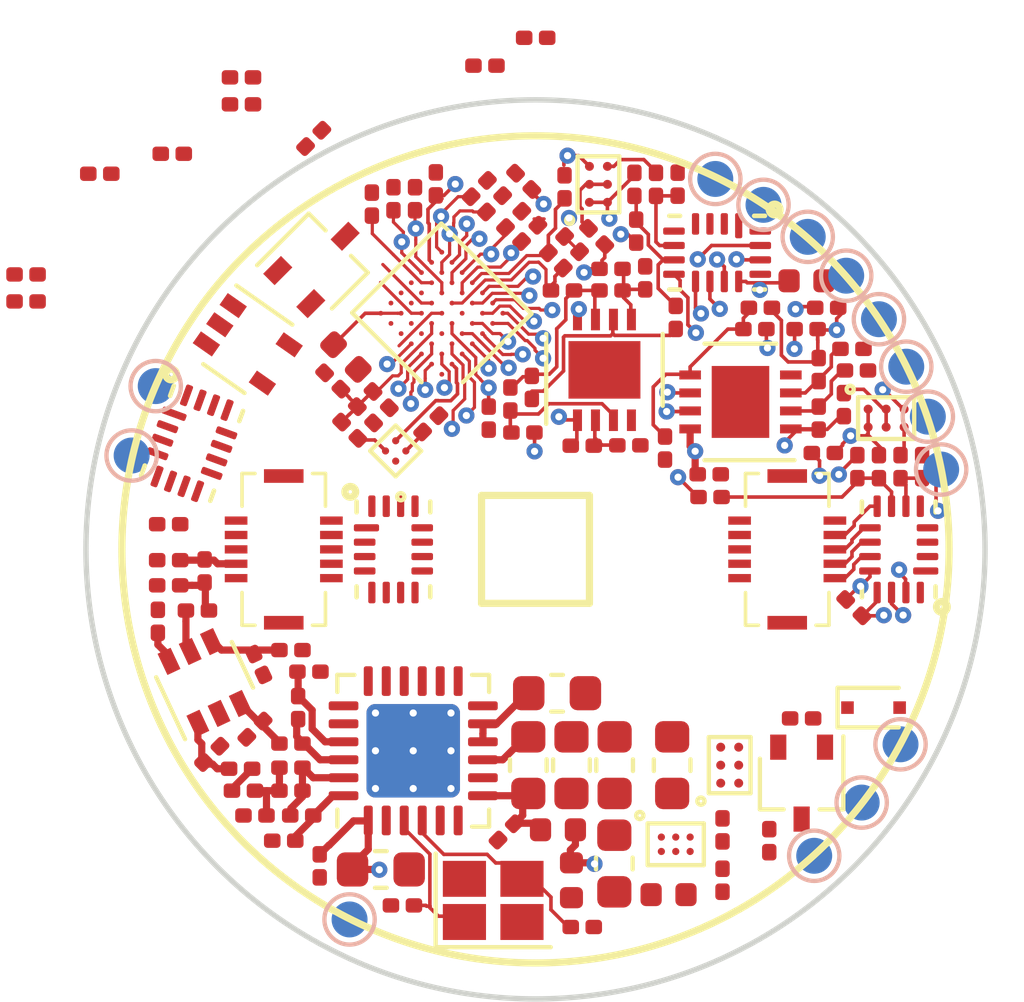
<source format=kicad_pcb>
(kicad_pcb (version 20171130) (host pcbnew 5.0.2-bee76a0~70~ubuntu18.04.1)
  (layers (0 F.Cu signal) (1 In1.Cu signal) (2 In2.Cu signal) (31 B.Cu signal) (34 B.Paste user) (35 F.Paste user) (36 B.SilkS user) (37 F.SilkS user) (38 B.Mask user) (39 F.Mask user) (44 Edge.Cuts user))
  (net 0 "")
  (net 1 REFFET2_D2)
  (net 2 REFFET2_D1)
  (net 3 ISFET2_D1)
  (net 4 ISFET2_D2)
  (net 5 COIL)
  (net 6 ISFET2_D3)
  (net 7 ISFET2_D4)
  (net 8 REFFET2_D4)
  (net 9 REFFET2_D3)
  (net 10 +BATT)
  (net 11 VCC)
  (net 12 ADC_IN8)
  (net 13 GNDD)
  (net 14 "Net-(R34-Pad2)")
  (net 15 ISFET2_SHNT)
  (net 16 ADC_IN7)
  (net 17 +5VA)
  (net 18 REFFET2_D)
  (net 19 ADC_IN6)
  (net 20 TAG_EN)
  (net 21 ISFET2_D)
  (net 22 ISFET1_S)
  (net 23 "Net-(R28-Pad1)")
  (net 24 ISFET2_S)
  (net 25 GNDA)
  (net 26 "Net-(R21-Pad1)")
  (net 27 ISFET1_SHNT)
  (net 28 ISFET1_D)
  (net 29 "Net-(C29-Pad2)")
  (net 30 ADC_IN3)
  (net 31 "Net-(Q2-PadC2)")
  (net 32 REFFET1_D)
  (net 33 ADC_IN0)
  (net 34 "Net-(C21-Pad2)")
  (net 35 "Net-(R12-Pad1)")
  (net 36 ADC_IN1)
  (net 37 ADC_IN2)
  (net 38 "Net-(Q2-PadB1)")
  (net 39 "Net-(C27-Pad2)")
  (net 40 ANT_SW)
  (net 41 "Net-(C1-Pad1)")
  (net 42 DIO2)
  (net 43 "Net-(C15-Pad1)")
  (net 44 "Net-(Q1-PadB1)")
  (net 45 "Net-(C20-Pad2)")
  (net 46 "Net-(Q1-PadC2)")
  (net 47 "Net-(R6-Pad1)")
  (net 48 "Net-(C7-Pad1)")
  (net 49 "Net-(C12-Pad1)")
  (net 50 "Net-(C8-Pad2)")
  (net 51 "Net-(C13-Pad1)")
  (net 52 "Net-(U8-Pad1)")
  (net 53 REFFET1_D1)
  (net 54 REFFET1_D2)
  (net 55 REFFET1_D3)
  (net 56 REFFET1_D4)
  (net 57 ISFET1_D4)
  (net 58 ISFET1_D3)
  (net 59 ISFET1_D2)
  (net 60 ISFET1_D1)
  (net 61 "Net-(U8-Pad16)")
  (net 62 "Net-(U5-Pad16)")
  (net 63 "Net-(U5-Pad1)")
  (net 64 "Net-(C16-Pad1)")
  (net 65 "Net-(C18-Pad1)")
  (net 66 "Net-(C19-Pad1)")
  (net 67 "Net-(U1-Pad6)")
  (net 68 "Net-(C9-Pad1)")
  (net 69 "Net-(L5-Pad2)")
  (net 70 "Net-(U1-Pad13)")
  (net 71 RF_BUSY)
  (net 72 RF_RST)
  (net 73 RF_MISO)
  (net 74 RF_MOSI)
  (net 75 RF_SCK)
  (net 76 RF_CS)
  (net 77 "Net-(C17-Pad1)")
  (net 78 "Net-(C12-Pad2)")
  (net 79 "Net-(C3-Pad2)")
  (net 80 "Net-(C2-Pad1)")
  (net 81 "Net-(L9-Pad2)")
  (net 82 AFE_EN)
  (net 83 "Net-(U4-PadA1)")
  (net 84 RF_CLK)
  (net 85 "Net-(U4-PadA5)")
  (net 86 "Net-(U4-PadA6)")
  (net 87 SWCLK)
  (net 88 "Net-(U4-PadB4)")
  (net 89 "Net-(U4-PadB5)")
  (net 90 "Net-(U4-PadB7)")
  (net 91 "Net-(U4-PadC1)")
  (net 92 SWDIO)
  (net 93 "Net-(U4-PadC3)")
  (net 94 ADC_IN11)
  (net 95 ADC_IN10)
  (net 96 "Net-(U4-PadC6)")
  (net 97 "Net-(U4-PadC7)")
  (net 98 "Net-(U4-PadD1)")
  (net 99 "Net-(U4-PadD2)")
  (net 100 ADC_IN9)
  (net 101 "Net-(C5-Pad1)")
  (net 102 "Net-(U4-PadD6)")
  (net 103 "Net-(U4-PadD7)")
  (net 104 "Net-(U4-PadE1)")
  (net 105 "Net-(U4-PadE2)")
  (net 106 "Net-(U4-PadE3)")
  (net 107 "Net-(U4-PadF1)")
  (net 108 "Net-(U4-PadF2)")
  (net 109 "Net-(U4-PadF3)")
  (net 110 DAC_OUT1)
  (net 111 "Net-(U4-PadG1)")
  (net 112 "Net-(U4-PadG3)")
  (net 113 DAC_OUT2)
  (net 114 "Net-(C3-Pad1)")
  (net 115 "Net-(C4-Pad1)")
  (net 116 "Net-(C10-Pad1)")
  (net 117 "Net-(J15-Pad1)")
  (net 118 ELEC2)
  (net 119 "Net-(U11-Pad1)")
  (net 120 ELEC_SNS1)
  (net 121 ELEC1)
  (net 122 ELEC_SNS2)
  (net 123 "Net-(U12-Pad16)")
  (net 124 O2_FORCE)
  (net 125 "Net-(U12-Pad8)")
  (net 126 "Net-(U12-Pad5)")
  (net 127 "Net-(U12-Pad1)")
  (net 128 "Net-(R39-Pad2)")
  (net 129 "Net-(R3-Pad2)")
  (net 130 "Net-(R16-Pad2)")
  (net 131 RF_ANT)
  (net 132 "Net-(J11-Pad7)")
  (net 133 "Net-(J11-Pad8)")
  (net 134 "Net-(Q3-PadC2)")
  (net 135 "Net-(Q3-PadA2)")
  (net 136 "Net-(J11-Pad1)")
  (net 137 "Net-(J11-Pad5)")
  (net 138 O2_ELEC2)
  (net 139 O2_ELEC1)
  (net 140 ADC_IN12)
  (net 141 "Net-(R40-Pad2)")
  (net 142 T_EN)
  (net 143 MUX4IN0)
  (net 144 MUX4IN1)
  (net 145 MUX3IN1)
  (net 146 MUX3IN0)
  (net 147 MUX3EN)
  (net 148 MUX2IN0)
  (net 149 MUX2IN1)
  (net 150 MUX1IN1)
  (net 151 MUX1IN0)
  (module Capacitor_SMD:C_0201_0603Metric (layer F.Cu) (at 117.4 84.7 180)
    (fp_text reference C44 (at 0 -1.05 180) (layer F.SilkS) (effects (font (size 0 0))))
    (fp_text value 100n)
    (pad 1 smd roundrect (at -0.32 0 180) (size 0.46 0.4) (layers F.Cu F.Mask) (net 20 TAG_EN))
    (pad 2 smd roundrect (at 0.32 0 180) (size 0.46 0.4) (layers F.Cu F.Mask) (net 13 GNDD))
  )
  (module Diode_SMD:D_SC-80 (layer F.Cu) (at 119.4 84.4)
    (fp_text reference D1 (at 0 -1.4) (layer F.SilkS) (effects (font (size 0 0))))
    (fp_text value D)
    (pad 2 smd rect (at 0.725 0) (size 0.35 0.35) (layers F.Cu F.Paste F.Mask) (net 5 COIL))
    (pad 1 smd rect (at -0.725 0) (size 0.35 0.35) (layers F.Cu F.Paste F.Mask) (net 20 TAG_EN))
  )
  (module footrpints:WLCSP-4_1.0x1.0mm_P0.4mm (layer F.Cu) (at 106.1127 77.26294 135)
    (fp_text reference U7 (at 0 -1.7 135) (layer F.SilkS) (effects (font (size 0 0))))
    (fp_text value LMT70)
    (pad A2 smd circle (at -0.2 0.2 225) (size 0.2 0.2) (layers F.Cu F.Paste F.Mask) (net 17 +5VA))
    (pad A1 smd circle (at -0.2 -0.2 225) (size 0.2 0.2) (layers F.Cu F.Paste F.Mask) (net 25 GNDA))
    (pad B2 smd circle (at 0.2 0.2 225) (size 0.2 0.2) (layers F.Cu F.Paste F.Mask) (net 142 T_EN))
    (pad B1 smd circle (at 0.2 -0.2 225) (size 0.2 0.2) (layers F.Cu F.Paste F.Mask) (net 141 "Net-(R40-Pad2)"))
  )
  (module footrpints:WLCSP-6_1.4x1.0mm_P0.4mm_hdi (layer F.Cu) (at 113.9 88.2)
    (fp_text reference U10 (at 0 -1.7) (layer F.SilkS) (effects (font (size 0 0))))
    (fp_text value TPS61099)
    (pad C1 smd circle (at 0.4 -0.2 90) (size 0.2 0.2) (layers F.Cu F.Paste F.Mask) (net 82 AFE_EN))
    (pad C2 smd circle (at 0.4 0.2 90) (size 0.2 0.2) (layers F.Cu F.Paste F.Mask) (net 14 "Net-(R34-Pad2)"))
    (pad B1 smd circle (at 0 -0.2 90) (size 0.2 0.2) (layers F.Cu F.Paste F.Mask) (net 81 "Net-(L9-Pad2)"))
    (pad B2 smd circle (at 0 0.2 90) (size 0.2 0.2) (layers F.Cu F.Paste F.Mask) (net 17 +5VA))
    (pad A1 smd circle (at -0.4 -0.2 90) (size 0.2 0.2) (layers F.Cu F.Paste F.Mask) (net 11 VCC))
    (pad A2 smd circle (at -0.4 0.2 90) (size 0.2 0.2) (layers F.Cu F.Paste F.Mask) (net 13 GNDD))
  )
  (module Resistor_SMD:R_0201_0603Metric (layer F.Cu) (at 104.83508 76.68636 315)
    (fp_text reference R40 (at 0 -1.05 315) (layer F.SilkS) (effects (font (size 0 0))))
    (fp_text value 2k)
    (pad 1 smd roundrect (at -0.32 0 315) (size 0.46 0.4) (layers F.Cu F.Mask) (net 94 ADC_IN11))
    (pad 2 smd roundrect (at 0.32 0 315) (size 0.46 0.4) (layers F.Cu F.Mask) (net 141 "Net-(R40-Pad2)"))
  )
  (module Capacitor_SMD:C_0201_0603Metric (layer F.Cu) (at 107.22864 69.8373 90)
    (fp_text reference C41 (at 0 -1.05 90) (layer F.SilkS) (effects (font (size 0 0))))
    (fp_text value 100n)
    (pad 1 smd roundrect (at -0.32 0 90) (size 0.46 0.4) (layers F.Cu F.Mask) (net 11 VCC))
    (pad 2 smd roundrect (at 0.32 0 90) (size 0.46 0.4) (layers F.Cu F.Mask) (net 13 GNDD))
  )
  (module Capacitor_SMD:C_0201_0603Metric (layer F.Cu) (at 101.825001 67.625001)
    (fp_text reference C42 (at 0 -1.05) (layer F.SilkS) (effects (font (size 0 0))))
    (fp_text value 100n)
    (pad 2 smd roundrect (at 0.32 0) (size 0.46 0.4) (layers F.Cu F.Mask) (net 13 GNDD))
    (pad 1 smd roundrect (at -0.32 0) (size 0.46 0.4) (layers F.Cu F.Mask) (net 11 VCC))
  )
  (module Capacitor_SMD:C_0201_0603Metric (layer F.Cu) (at 101.825001 66.875001)
    (fp_text reference C43 (at 0 -1.05) (layer F.SilkS) (effects (font (size 0 0))))
    (fp_text value 100n)
    (pad 1 smd roundrect (at -0.32 0) (size 0.46 0.4) (layers F.Cu F.Mask) (net 11 VCC))
    (pad 2 smd roundrect (at 0.32 0) (size 0.46 0.4) (layers F.Cu F.Mask) (net 13 GNDD))
  )
  (module Package_CSP:ST_WLCSP-49_Die447 (layer F.Cu) (at 107.394817 73.434242 135)
    (fp_text reference U4 (at 0 -2.629 135) (layer F.SilkS) (effects (font (size 0 0))))
    (fp_text value STM32L072CBYx)
    (pad A1 smd circle (at -1.2 -1.2 135) (size 0.133 0.133) (layers F.Cu F.Paste F.Mask) (net 83 "Net-(U4-PadA1)"))
    (pad A2 smd circle (at -0.8 -1.200001 135) (size 0.133 0.133) (layers F.Cu F.Paste F.Mask) (net 76 RF_CS))
    (pad A3 smd circle (at -0.4 -1.2 135) (size 0.133 0.133) (layers F.Cu F.Paste F.Mask) (net 84 RF_CLK))
    (pad A4 smd circle (at 0 -1.2 135) (size 0.133 0.133) (layers F.Cu F.Paste F.Mask) (net 74 RF_MOSI))
    (pad A5 smd circle (at 0.4 -1.2 135) (size 0.133 0.133) (layers F.Cu F.Paste F.Mask) (net 85 "Net-(U4-PadA5)"))
    (pad A6 smd circle (at 0.8 -1.200001 135) (size 0.133 0.133) (layers F.Cu F.Paste F.Mask) (net 86 "Net-(U4-PadA6)"))
    (pad A7 smd circle (at 1.2 -1.2 135) (size 0.133 0.133) (layers F.Cu F.Paste F.Mask) (net 11 VCC))
    (pad B1 smd circle (at -1.200001 -0.8 135) (size 0.133 0.133) (layers F.Cu F.Paste F.Mask) (net 142 T_EN))
    (pad B2 smd circle (at -0.8 -0.8 135) (size 0.133 0.133) (layers F.Cu F.Paste F.Mask) (net 87 SWCLK))
    (pad B3 smd circle (at -0.4 -0.8 135) (size 0.133 0.133) (layers F.Cu F.Paste F.Mask) (net 73 RF_MISO))
    (pad B4 smd circle (at 0 -0.799999 135) (size 0.133 0.133) (layers F.Cu F.Paste F.Mask) (net 88 "Net-(U4-PadB4)"))
    (pad B5 smd circle (at 0.4 -0.8 135) (size 0.133 0.133) (layers F.Cu F.Paste F.Mask) (net 89 "Net-(U4-PadB5)"))
    (pad B6 smd circle (at 0.8 -0.8 135) (size 0.133 0.133) (layers F.Cu F.Paste F.Mask) (net 11 VCC))
    (pad B7 smd circle (at 1.200001 -0.8 135) (size 0.133 0.133) (layers F.Cu F.Paste F.Mask) (net 90 "Net-(U4-PadB7)"))
    (pad C1 smd circle (at -1.2 -0.4 135) (size 0.133 0.133) (layers F.Cu F.Paste F.Mask) (net 91 "Net-(U4-PadC1)"))
    (pad C2 smd circle (at -0.8 -0.4 135) (size 0.133 0.133) (layers F.Cu F.Paste F.Mask) (net 92 SWDIO))
    (pad C3 smd circle (at -0.4 -0.4 135) (size 0.133 0.133) (layers F.Cu F.Paste F.Mask) (net 93 "Net-(U4-PadC3)"))
    (pad C4 smd circle (at 0 -0.4 135) (size 0.133 0.133) (layers F.Cu F.Paste F.Mask) (net 94 ADC_IN11))
    (pad C5 smd circle (at 0.4 -0.4 135) (size 0.133 0.133) (layers F.Cu F.Paste F.Mask) (net 95 ADC_IN10))
    (pad C6 smd circle (at 0.8 -0.4 135) (size 0.133 0.133) (layers F.Cu F.Paste F.Mask) (net 96 "Net-(U4-PadC6)"))
    (pad C7 smd circle (at 1.2 -0.4 135) (size 0.133 0.133) (layers F.Cu F.Paste F.Mask) (net 97 "Net-(U4-PadC7)"))
    (pad D1 smd circle (at -1.2 0 135) (size 0.133 0.133) (layers F.Cu F.Paste F.Mask) (net 98 "Net-(U4-PadD1)"))
    (pad D2 smd circle (at -0.799999 0 135) (size 0.133 0.133) (layers F.Cu F.Paste F.Mask) (net 99 "Net-(U4-PadD2)"))
    (pad D3 smd circle (at -0.4 0 135) (size 0.133 0.133) (layers F.Cu F.Paste F.Mask) (net 100 ADC_IN9))
    (pad D4 smd circle (at 0 0 135) (size 0.133 0.133) (layers F.Cu F.Paste F.Mask) (net 13 GNDD))
    (pad D5 smd circle (at 0.4 0 135) (size 0.133 0.133) (layers F.Cu F.Paste F.Mask) (net 101 "Net-(C5-Pad1)"))
    (pad D6 smd circle (at 0.799999 0 135) (size 0.133 0.133) (layers F.Cu F.Paste F.Mask) (net 102 "Net-(U4-PadD6)"))
    (pad D7 smd circle (at 1.2 0 135) (size 0.133 0.133) (layers F.Cu F.Paste F.Mask) (net 103 "Net-(U4-PadD7)"))
    (pad E1 smd circle (at -1.2 0.4 135) (size 0.133 0.133) (layers F.Cu F.Paste F.Mask) (net 104 "Net-(U4-PadE1)"))
    (pad E2 smd circle (at -0.8 0.4 135) (size 0.133 0.133) (layers F.Cu F.Paste F.Mask) (net 105 "Net-(U4-PadE2)"))
    (pad E3 smd circle (at -0.4 0.4 135) (size 0.133 0.133) (layers F.Cu F.Paste F.Mask) (net 106 "Net-(U4-PadE3)"))
    (pad E4 smd circle (at 0 0.4 135) (size 0.133 0.133) (layers F.Cu F.Paste F.Mask) (net 36 ADC_IN1))
    (pad E5 smd circle (at 0.4 0.4 135) (size 0.133 0.133) (layers F.Cu F.Paste F.Mask) (net 33 ADC_IN0))
    (pad E6 smd circle (at 0.8 0.4 135) (size 0.133 0.133) (layers F.Cu F.Paste F.Mask) (net 51 "Net-(C13-Pad1)"))
    (pad E7 smd circle (at 1.2 0.4 135) (size 0.133 0.133) (layers F.Cu F.Paste F.Mask) (net 140 ADC_IN12))
    (pad F1 smd circle (at -1.200001 0.8 135) (size 0.133 0.133) (layers F.Cu F.Paste F.Mask) (net 107 "Net-(U4-PadF1)"))
    (pad F2 smd circle (at -0.8 0.8 135) (size 0.133 0.133) (layers F.Cu F.Paste F.Mask) (net 108 "Net-(U4-PadF2)"))
    (pad F3 smd circle (at -0.4 0.8 135) (size 0.133 0.133) (layers F.Cu F.Paste F.Mask) (net 109 "Net-(U4-PadF3)"))
    (pad F4 smd circle (at 0 0.799999 135) (size 0.133 0.133) (layers F.Cu F.Paste F.Mask) (net 16 ADC_IN7))
    (pad F5 smd circle (at 0.4 0.8 135) (size 0.133 0.133) (layers F.Cu F.Paste F.Mask) (net 110 DAC_OUT1))
    (pad F6 smd circle (at 0.8 0.8 135) (size 0.133 0.133) (layers F.Cu F.Paste F.Mask) (net 37 ADC_IN2))
    (pad F7 smd circle (at 1.200001 0.8 135) (size 0.133 0.133) (layers F.Cu F.Paste F.Mask) (net 11 VCC))
    (pad G1 smd circle (at -1.2 1.2 135) (size 0.133 0.133) (layers F.Cu F.Paste F.Mask) (net 111 "Net-(U4-PadG1)"))
    (pad G2 smd circle (at -0.8 1.200001 135) (size 0.133 0.133) (layers F.Cu F.Paste F.Mask) (net 11 VCC))
    (pad G3 smd circle (at -0.4 1.2 135) (size 0.133 0.133) (layers F.Cu F.Paste F.Mask) (net 112 "Net-(U4-PadG3)"))
    (pad G4 smd circle (at 0 1.2 135) (size 0.133 0.133) (layers F.Cu F.Paste F.Mask) (net 12 ADC_IN8))
    (pad G5 smd circle (at 0.4 1.2 135) (size 0.133 0.133) (layers F.Cu F.Paste F.Mask) (net 19 ADC_IN6))
    (pad G6 smd circle (at 0.8 1.200001 135) (size 0.133 0.133) (layers F.Cu F.Paste F.Mask) (net 113 DAC_OUT2))
    (pad G7 smd circle (at 1.2 1.2 135) (size 0.133 0.133) (layers F.Cu F.Paste F.Mask) (net 30 ADC_IN3))
  )
  (module footrpints:QFN40P260X180X55-16N (layer F.Cu) (at 115.05 71.75 270)
    (fp_text reference U5 (at 0 -3.175 270) (layer F.SilkS) (effects (font (size 0 0))))
    (fp_text value TMUX1209 hide)
    (pad 1 smd roundrect (at -0.75 -0.6 270) (size 0.7 0.2) (layers F.Cu F.Paste F.Mask) (net 63 "Net-(U5-Pad1)"))
    (pad 2 smd roundrect (at -0.8 -0.2 270) (size 0.6 0.2) (layers F.Cu F.Paste F.Mask) (net 2 REFFET2_D1))
    (pad 3 smd roundrect (at -0.8 0.2 270) (size 0.6 0.2) (layers F.Cu F.Paste F.Mask) (net 1 REFFET2_D2))
    (pad 4 smd roundrect (at -0.799999 0.6 270) (size 0.6 0.2) (layers F.Cu F.Paste F.Mask) (net 9 REFFET2_D3))
    (pad 5 smd roundrect (at -0.6 1.2) (size 0.6 0.2) (layers F.Cu F.Paste F.Mask) (net 8 REFFET2_D4))
    (pad 6 smd roundrect (at -0.199999 1.2) (size 0.6 0.2) (layers F.Cu F.Paste F.Mask) (net 18 REFFET2_D))
    (pad 7 smd roundrect (at 0.199999 1.2) (size 0.6 0.2) (layers F.Cu F.Paste F.Mask) (net 21 ISFET2_D))
    (pad 8 smd roundrect (at 0.6 1.2) (size 0.6 0.2) (layers F.Cu F.Paste F.Mask) (net 7 ISFET2_D4))
    (pad 9 smd roundrect (at 0.799999 0.6 270) (size 0.6 0.2) (layers F.Cu F.Paste F.Mask) (net 6 ISFET2_D3))
    (pad 10 smd roundrect (at 0.8 0.2 270) (size 0.6 0.2) (layers F.Cu F.Paste F.Mask) (net 4 ISFET2_D2))
    (pad 11 smd roundrect (at 0.8 -0.2 270) (size 0.6 0.2) (layers F.Cu F.Paste F.Mask) (net 3 ISFET2_D1))
    (pad 12 smd roundrect (at 0.799999 -0.6 270) (size 0.6 0.2) (layers F.Cu F.Paste F.Mask) (net 17 +5VA))
    (pad 13 smd roundrect (at 0.6 -1.2) (size 0.6 0.2) (layers F.Cu F.Paste F.Mask) (net 13 GNDD))
    (pad 14 smd roundrect (at 0.199999 -1.2) (size 0.6 0.2) (layers F.Cu F.Paste F.Mask) (net 150 MUX1IN1))
    (pad 15 smd roundrect (at -0.199999 -1.2) (size 0.6 0.2) (layers F.Cu F.Paste F.Mask) (net 151 MUX1IN0))
    (pad 16 smd roundrect (at -0.6 -1.2 180) (size 0.6 0.2) (layers F.Cu F.Paste F.Mask) (net 62 "Net-(U5-Pad16)"))
  )
  (module footrpints:QFN40P260X180X55-16N (layer F.Cu) (at 120.1 80 180)
    (fp_text reference U8 (at 0 -3.175 180) (layer F.SilkS) (effects (font (size 0 0))))
    (fp_text value TMUX1209 hide)
    (pad 16 smd roundrect (at -0.6 -1.2 90) (size 0.6 0.2) (layers F.Cu F.Paste F.Mask) (net 61 "Net-(U8-Pad16)"))
    (pad 15 smd roundrect (at -0.2 -1.2 270) (size 0.6 0.2) (layers F.Cu F.Paste F.Mask) (net 148 MUX2IN0))
    (pad 14 smd roundrect (at 0.2 -1.2 270) (size 0.6 0.2) (layers F.Cu F.Paste F.Mask) (net 149 MUX2IN1))
    (pad 13 smd roundrect (at 0.6 -1.2 270) (size 0.6 0.2) (layers F.Cu F.Paste F.Mask) (net 13 GNDD))
    (pad 12 smd roundrect (at 0.8 -0.6 180) (size 0.6 0.2) (layers F.Cu F.Paste F.Mask) (net 17 +5VA))
    (pad 11 smd roundrect (at 0.8 -0.2 180) (size 0.6 0.2) (layers F.Cu F.Paste F.Mask) (net 60 ISFET1_D1))
    (pad 10 smd roundrect (at 0.8 0.2 180) (size 0.6 0.2) (layers F.Cu F.Paste F.Mask) (net 59 ISFET1_D2))
    (pad 9 smd roundrect (at 0.8 0.6 180) (size 0.6 0.2) (layers F.Cu F.Paste F.Mask) (net 58 ISFET1_D3))
    (pad 8 smd roundrect (at 0.6 1.2 270) (size 0.6 0.2) (layers F.Cu F.Paste F.Mask) (net 57 ISFET1_D4))
    (pad 7 smd roundrect (at 0.2 1.2 270) (size 0.6 0.2) (layers F.Cu F.Paste F.Mask) (net 28 ISFET1_D))
    (pad 6 smd roundrect (at -0.2 1.2 270) (size 0.6 0.2) (layers F.Cu F.Paste F.Mask) (net 32 REFFET1_D))
    (pad 5 smd roundrect (at -0.6 1.2 270) (size 0.6 0.2) (layers F.Cu F.Paste F.Mask) (net 56 REFFET1_D4))
    (pad 4 smd roundrect (at -0.8 0.6 180) (size 0.6 0.2) (layers F.Cu F.Paste F.Mask) (net 55 REFFET1_D3))
    (pad 3 smd roundrect (at -0.8 0.2 180) (size 0.6 0.2) (layers F.Cu F.Paste F.Mask) (net 54 REFFET1_D2))
    (pad 2 smd roundrect (at -0.8 -0.2 180) (size 0.6 0.2) (layers F.Cu F.Paste F.Mask) (net 53 REFFET1_D1))
    (pad 1 smd roundrect (at -0.75 -0.6 180) (size 0.7 0.2) (layers F.Cu F.Paste F.Mask) (net 52 "Net-(U8-Pad1)"))
  )
  (module footrpints:QFN40P260X180X55-16N (layer F.Cu) (at 106.05 80)
    (fp_text reference U11 (at 0 -3.175) (layer F.SilkS) (effects (font (size 0 0))))
    (fp_text value TMUX1209 hide)
    (pad 1 smd roundrect (at -0.75 -0.6) (size 0.7 0.2) (layers F.Cu F.Paste F.Mask) (net 119 "Net-(U11-Pad1)"))
    (pad 2 smd roundrect (at -0.8 -0.2) (size 0.6 0.2) (layers F.Cu F.Paste F.Mask) (net 17 +5VA))
    (pad 3 smd roundrect (at -0.8 0.2) (size 0.6 0.2) (layers F.Cu F.Paste F.Mask) (net 17 +5VA))
    (pad 4 smd roundrect (at -0.8 0.6) (size 0.6 0.2) (layers F.Cu F.Paste F.Mask) (net 120 ELEC_SNS1))
    (pad 5 smd roundrect (at -0.6 1.2 90) (size 0.6 0.2) (layers F.Cu F.Paste F.Mask) (net 120 ELEC_SNS1))
    (pad 6 smd roundrect (at -0.2 1.2 90) (size 0.6 0.2) (layers F.Cu F.Paste F.Mask) (net 121 ELEC1))
    (pad 7 smd roundrect (at 0.2 1.2 90) (size 0.6 0.2) (layers F.Cu F.Paste F.Mask) (net 118 ELEC2))
    (pad 8 smd roundrect (at 0.6 1.2 90) (size 0.6 0.2) (layers F.Cu F.Paste F.Mask) (net 122 ELEC_SNS2))
    (pad 9 smd roundrect (at 0.8 0.6) (size 0.6 0.2) (layers F.Cu F.Paste F.Mask) (net 17 +5VA))
    (pad 10 smd roundrect (at 0.8 0.2) (size 0.6 0.2) (layers F.Cu F.Paste F.Mask) (net 122 ELEC_SNS2))
    (pad 11 smd roundrect (at 0.8 -0.2) (size 0.6 0.2) (layers F.Cu F.Paste F.Mask) (net 17 +5VA))
    (pad 12 smd roundrect (at 0.8 -0.6) (size 0.6 0.2) (layers F.Cu F.Paste F.Mask) (net 17 +5VA))
    (pad 13 smd roundrect (at 0.6 -1.2 90) (size 0.6 0.2) (layers F.Cu F.Paste F.Mask) (net 13 GNDD))
    (pad 14 smd roundrect (at 0.2 -1.2 90) (size 0.6 0.2) (layers F.Cu F.Paste F.Mask) (net 145 MUX3IN1))
    (pad 15 smd roundrect (at -0.2 -1.2 90) (size 0.6 0.2) (layers F.Cu F.Paste F.Mask) (net 146 MUX3IN0))
    (pad 16 smd roundrect (at -0.6 -1.2 270) (size 0.6 0.2) (layers F.Cu F.Paste F.Mask) (net 147 MUX3EN))
  )
  (module footrpints:QFN40P260X180X55-16N (layer F.Cu) (at 100.45 77.05 340)
    (fp_text reference U12 (at 0 -3.175 340) (layer F.SilkS) (effects (font (size 0 0))))
    (fp_text value TMUX1209 hide)
    (pad 16 smd roundrect (at -0.6 -1.2 250) (size 0.6 0.2) (layers F.Cu F.Paste F.Mask) (net 123 "Net-(U12-Pad16)"))
    (pad 15 smd roundrect (at -0.2 -1.2 70) (size 0.6 0.2) (layers F.Cu F.Paste F.Mask) (net 143 MUX4IN0))
    (pad 14 smd roundrect (at 0.2 -1.2 70) (size 0.6 0.2) (layers F.Cu F.Paste F.Mask) (net 144 MUX4IN1))
    (pad 13 smd roundrect (at 0.6 -1.2 70) (size 0.6 0.2) (layers F.Cu F.Paste F.Mask) (net 13 GNDD))
    (pad 12 smd roundrect (at 0.8 -0.6 340) (size 0.6 0.2) (layers F.Cu F.Paste F.Mask) (net 17 +5VA))
    (pad 11 smd roundrect (at 0.8 -0.2 340) (size 0.6 0.2) (layers F.Cu F.Paste F.Mask) (net 17 +5VA))
    (pad 10 smd roundrect (at 0.8 0.2 340) (size 0.6 0.2) (layers F.Cu F.Paste F.Mask) (net 122 ELEC_SNS2))
    (pad 9 smd roundrect (at 0.8 0.6 340) (size 0.6 0.2) (layers F.Cu F.Paste F.Mask) (net 124 O2_FORCE))
    (pad 8 smd roundrect (at 0.6 1.2 70) (size 0.6 0.2) (layers F.Cu F.Paste F.Mask) (net 125 "Net-(U12-Pad8)"))
    (pad 7 smd roundrect (at 0.2 1.2 70) (size 0.6 0.2) (layers F.Cu F.Paste F.Mask) (net 138 O2_ELEC2))
    (pad 6 smd roundrect (at -0.2 1.2 70) (size 0.6 0.2) (layers F.Cu F.Paste F.Mask) (net 139 O2_ELEC1))
    (pad 5 smd roundrect (at -0.6 1.2 70) (size 0.6 0.2) (layers F.Cu F.Paste F.Mask) (net 126 "Net-(U12-Pad5)"))
    (pad 4 smd roundrect (at -0.8 0.6 340) (size 0.6 0.2) (layers F.Cu F.Paste F.Mask) (net 124 O2_FORCE))
    (pad 3 smd roundrect (at -0.8 0.2 340) (size 0.6 0.2) (layers F.Cu F.Paste F.Mask) (net 120 ELEC_SNS1))
    (pad 2 smd roundrect (at -0.8 -0.2 340) (size 0.6 0.2) (layers F.Cu F.Paste F.Mask) (net 17 +5VA))
    (pad 1 smd roundrect (at -0.75 -0.6 340) (size 0.7 0.2) (layers F.Cu F.Paste F.Mask) (net 127 "Net-(U12-Pad1)"))
  )
  (module Capacitor_SMD:C_0402_1005Metric (layer F.Cu) (at 117.53596 72.53224)
    (fp_text reference C33 (at 0 -1.17) (layer F.SilkS) (effects (font (size 0 0))))
    (fp_text value 1u)
    (pad 1 smd roundrect (at -0.485 0) (size 0.59 0.64) (layers F.Cu F.Paste F.Mask) (net 17 +5VA))
    (pad 2 smd roundrect (at 0.485 0) (size 0.59 0.64) (layers F.Cu F.Paste F.Mask) (net 13 GNDD))
  )
  (module Capacitor_SMD:C_0402_1005Metric (layer F.Cu) (at 113.7 89.6 180)
    (fp_text reference C50 (at 0 -1.17 180) (layer F.SilkS) (effects (font (size 0 0))))
    (fp_text value 1u)
    (pad 2 smd roundrect (at 0.485 0 180) (size 0.59 0.64) (layers F.Cu F.Paste F.Mask) (net 13 GNDD))
    (pad 1 smd roundrect (at -0.485 0 180) (size 0.59 0.64) (layers F.Cu F.Paste F.Mask) (net 17 +5VA))
  )
  (module Capacitor_SMD:C_0402_1005Metric (layer F.Cu) (at 104.7284 74.65182 315)
    (fp_text reference C36 (at 0 -1.17 315) (layer F.SilkS) (effects (font (size 0 0))))
    (fp_text value 1u)
    (pad 1 smd roundrect (at -0.485 0 315) (size 0.59 0.64) (layers F.Cu F.Paste F.Mask) (net 11 VCC))
    (pad 2 smd roundrect (at 0.485 0 315) (size 0.59 0.64) (layers F.Cu F.Paste F.Mask) (net 13 GNDD))
  )
  (module Inductor_SMD:L_0402_1005Metric (layer F.Cu) (at 110.62462 87.79764)
    (fp_text reference L7 (at 0 -1.17) (layer F.SilkS) (effects (font (size 0 0))))
    (fp_text value DNP)
    (pad 1 smd roundrect (at -0.485 0) (size 0.59 0.64) (layers F.Cu F.Paste F.Mask) (net 68 "Net-(C9-Pad1)"))
    (pad 2 smd roundrect (at 0.485 0) (size 0.59 0.64) (layers F.Cu F.Paste F.Mask) (net 64 "Net-(C16-Pad1)"))
  )
  (module Inductor_SMD:L_0402_1005Metric (layer F.Cu) (at 111 89.2 270)
    (fp_text reference L2 (at 0 -1.17 270) (layer F.SilkS) (effects (font (size 0 0))))
    (fp_text value FERRET)
    (pad 1 smd roundrect (at -0.485 0 270) (size 0.59 0.64) (layers F.Cu F.Paste F.Mask) (net 64 "Net-(C16-Pad1)"))
    (pad 2 smd roundrect (at 0.485 0 270) (size 0.59 0.64) (layers F.Cu F.Paste F.Mask) (net 11 VCC))
  )
  (module Inductor_SMD:L_0201_0603Metric (layer F.Cu) (at 103.5 87.4 180)
    (fp_text reference L1 (at 0 -1.05 180) (layer F.SilkS) (effects (font (size 0 0))))
    (fp_text value 10n)
    (pad 1 smd roundrect (at -0.32 0 180) (size 0.46 0.4) (layers F.Cu F.Mask) (net 80 "Net-(C2-Pad1)"))
    (pad 2 smd roundrect (at 0.32 0 180) (size 0.46 0.4) (layers F.Cu F.Mask) (net 79 "Net-(C3-Pad2)"))
  )
  (module Capacitor_SMD:C_0603_1608Metric (layer F.Cu) (at 110.6 84)
    (fp_text reference C48 (at 0 -1.43) (layer F.SilkS) (effects (font (size 0 0))))
    (fp_text value 10u)
    (pad 1 smd roundrect (at -0.7875 0) (size 0.875 0.95) (layers F.Cu F.Paste F.Mask) (net 11 VCC))
    (pad 2 smd roundrect (at 0.7875 0) (size 0.875 0.95) (layers F.Cu F.Paste F.Mask) (net 13 GNDD))
  )
  (module Capacitor_SMD:C_0603_1608Metric (layer F.Cu) (at 105.7 88.9)
    (fp_text reference C46 (at 0 -1.43) (layer F.SilkS) (effects (font (size 0 0))))
    (fp_text value 10u)
    (pad 2 smd roundrect (at 0.7875 0) (size 0.875 0.95) (layers F.Cu F.Paste F.Mask) (net 13 GNDD))
    (pad 1 smd roundrect (at -0.7875 0) (size 0.875 0.95) (layers F.Cu F.Paste F.Mask) (net 64 "Net-(C16-Pad1)"))
  )
  (module Capacitor_SMD:C_0603_1608Metric (layer F.Cu) (at 112.1918 88.7349 90)
    (fp_text reference C47 (at 0 -1.43 90) (layer F.SilkS) (effects (font (size 0 0))))
    (fp_text value 10u)
    (pad 1 smd roundrect (at -0.7875 0 90) (size 0.875 0.95) (layers F.Cu F.Paste F.Mask) (net 11 VCC))
    (pad 2 smd roundrect (at 0.7875 0 90) (size 0.875 0.95) (layers F.Cu F.Paste F.Mask) (net 13 GNDD))
  )
  (module Capacitor_SMD:C_0603_1608Metric (layer F.Cu) (at 111 86 270)
    (fp_text reference C45 (at 0 -1.43 270) (layer F.SilkS) (effects (font (size 0 0))))
    (fp_text value 10u)
    (pad 2 smd roundrect (at 0.7875 0 270) (size 0.875 0.95) (layers F.Cu F.Paste F.Mask) (net 13 GNDD))
    (pad 1 smd roundrect (at -0.7875 0 270) (size 0.875 0.95) (layers F.Cu F.Paste F.Mask) (net 11 VCC))
  )
  (module Capacitor_SMD:C_0603_1608Metric (layer F.Cu) (at 112.2 86 270)
    (fp_text reference C49 (at 0 -1.43 270) (layer F.SilkS) (effects (font (size 0 0))))
    (fp_text value 10u)
    (pad 1 smd roundrect (at -0.7875 0 270) (size 0.875 0.95) (layers F.Cu F.Paste F.Mask) (net 11 VCC))
    (pad 2 smd roundrect (at 0.7875 0 270) (size 0.875 0.95) (layers F.Cu F.Paste F.Mask) (net 13 GNDD))
  )
  (module Inductor_SMD:L_0603_1608Metric (layer F.Cu) (at 113.8 86 270)
    (fp_text reference L9 (at 0 -1.43 270) (layer F.SilkS) (effects (font (size 0 0))))
    (fp_text value 2u2)
    (pad 2 smd roundrect (at 0.7875 0 270) (size 0.875 0.95) (layers F.Cu F.Paste F.Mask) (net 81 "Net-(L9-Pad2)"))
    (pad 1 smd roundrect (at -0.7875 0 270) (size 0.875 0.95) (layers F.Cu F.Paste F.Mask) (net 11 VCC))
  )
  (module Inductor_SMD:L_0603_1608Metric (layer F.Cu) (at 109.8 86 90)
    (fp_text reference L5 (at 0 -1.43 90) (layer F.SilkS) (effects (font (size 0 0))))
    (fp_text value 15u)
    (pad 1 smd roundrect (at -0.7875 0 90) (size 0.875 0.95) (layers F.Cu F.Paste F.Mask) (net 68 "Net-(C9-Pad1)"))
    (pad 2 smd roundrect (at 0.7875 0 90) (size 0.875 0.95) (layers F.Cu F.Paste F.Mask) (net 69 "Net-(L5-Pad2)"))
  )
  (module footrpints:WLCSP-6_1.4x1.0mm_P0.4mm (layer F.Cu) (at 115.4 86 90)
    (fp_text reference Q3 (at 0 -1.7 90) (layer F.SilkS) (effects (font (size 0 0))))
    (fp_text value CSD75208W1015)
    (pad C1 smd circle (at 0.5 -0.25 180) (size 0.25 0.25) (layers F.Cu F.Paste F.Mask) (net 10 +BATT))
    (pad C2 smd circle (at 0.5 0.25 180) (size 0.25 0.25) (layers F.Cu F.Paste F.Mask) (net 134 "Net-(Q3-PadC2)"))
    (pad B1 smd circle (at 0 -0.25 180) (size 0.25 0.25) (layers F.Cu F.Paste F.Mask) (net 10 +BATT))
    (pad B2 smd circle (at 0 0.25 180) (size 0.25 0.25) (layers F.Cu F.Paste F.Mask) (net 10 +BATT))
    (pad A1 smd circle (at -0.5 -0.25 180) (size 0.25 0.25) (layers F.Cu F.Paste F.Mask) (net 11 VCC))
    (pad A2 smd circle (at -0.5 0.25 180) (size 0.25 0.25) (layers F.Cu F.Paste F.Mask) (net 135 "Net-(Q3-PadA2)"))
  )
  (module footrpints:WLCSP-6_1.4x1.0mm_P0.4mm (layer F.Cu) (at 111.75 69.85 90)
    (fp_text reference Q1 (at 0 -1.7 90) (layer F.SilkS) (effects (font (size 0 0))))
    (fp_text value CSD75208W1015)
    (pad A2 smd circle (at -0.5 0.25 180) (size 0.25 0.25) (layers F.Cu F.Paste F.Mask) (net 15 ISFET2_SHNT))
    (pad A1 smd circle (at -0.5 -0.25 180) (size 0.25 0.25) (layers F.Cu F.Paste F.Mask) (net 15 ISFET2_SHNT))
    (pad B2 smd circle (at 0 0.25 180) (size 0.25 0.25) (layers F.Cu F.Paste F.Mask) (net 44 "Net-(Q1-PadB1)"))
    (pad B1 smd circle (at 0 -0.25 180) (size 0.25 0.25) (layers F.Cu F.Paste F.Mask) (net 44 "Net-(Q1-PadB1)"))
    (pad C2 smd circle (at 0.5 0.25 180) (size 0.25 0.25) (layers F.Cu F.Paste F.Mask) (net 46 "Net-(Q1-PadC2)"))
    (pad C1 smd circle (at 0.5 -0.25 180) (size 0.25 0.25) (layers F.Cu F.Paste F.Mask) (net 15 ISFET2_SHNT))
  )
  (module footrpints:WLCSP-6_1.4x1.0mm_P0.4mm (layer F.Cu) (at 119.75 76.35)
    (fp_text reference Q2 (at 0 -1.7) (layer F.SilkS) (effects (font (size 0 0))))
    (fp_text value CSD75208W1015)
    (pad C1 smd circle (at 0.5 -0.25 90) (size 0.25 0.25) (layers F.Cu F.Paste F.Mask) (net 27 ISFET1_SHNT))
    (pad C2 smd circle (at 0.5 0.25 90) (size 0.25 0.25) (layers F.Cu F.Paste F.Mask) (net 31 "Net-(Q2-PadC2)"))
    (pad B1 smd circle (at 0 -0.25 90) (size 0.25 0.25) (layers F.Cu F.Paste F.Mask) (net 38 "Net-(Q2-PadB1)"))
    (pad B2 smd circle (at 0 0.25 90) (size 0.25 0.25) (layers F.Cu F.Paste F.Mask) (net 38 "Net-(Q2-PadB1)"))
    (pad A1 smd circle (at -0.5 -0.25 90) (size 0.25 0.25) (layers F.Cu F.Paste F.Mask) (net 27 ISFET1_SHNT))
    (pad A2 smd circle (at -0.5 0.25 90) (size 0.25 0.25) (layers F.Cu F.Paste F.Mask) (net 27 ISFET1_SHNT))
  )
  (module Capacitor_SMD:C_0201_0603Metric (layer F.Cu) (at 109.39272 70.82536 45)
    (fp_text reference C39 (at 0 -1.05 45) (layer F.SilkS) (effects (font (size 0 0))))
    (fp_text value 1n)
    (pad 1 smd roundrect (at -0.32 0 45) (size 0.46 0.4) (layers F.Cu F.Mask) (net 19 ADC_IN6))
    (pad 2 smd roundrect (at 0.32 0 45) (size 0.46 0.4) (layers F.Cu F.Mask) (net 13 GNDD))
  )
  (module Capacitor_SMD:C_0201_0603Metric (layer F.Cu) (at 106.05 70.25 90)
    (fp_text reference C40 (at 0 -1.05 90) (layer F.SilkS) (effects (font (size 0 0))))
    (fp_text value 1n)
    (pad 2 smd roundrect (at 0.32 0 90) (size 0.46 0.4) (layers F.Cu F.Mask) (net 13 GNDD))
    (pad 1 smd roundrect (at -0.32 0 90) (size 0.46 0.4) (layers F.Cu F.Mask) (net 140 ADC_IN12))
  )
  (module "DF37NB-10DS-0.4V(53):DF37NB10DS04V53" (layer F.Cu) (at 117 80 90)
    (fp_text reference J12 (at 0 0 90) (layer F.SilkS) (effects (font (size 0 0))))
    (fp_text value Conn_02x05_Odd_Even_MountingPin hide)
    (pad MP2 smd rect (at 2.04 0 90) (size 0.38 1.1) (layers F.Cu F.Paste F.Mask))
    (pad MP1 smd rect (at -2.04 0 90) (size 0.38 1.1) (layers F.Cu F.Paste F.Mask))
    (pad 10 smd rect (at 0.8 -1.325 90) (size 0.23 0.63) (layers F.Cu F.Paste F.Mask) (net 56 REFFET1_D4))
    (pad 9 smd rect (at 0.8 1.325 90) (size 0.23 0.63) (layers F.Cu F.Paste F.Mask) (net 13 GNDD))
    (pad 8 smd rect (at 0.4 -1.325 90) (size 0.23 0.63) (layers F.Cu F.Paste F.Mask) (net 55 REFFET1_D3))
    (pad 7 smd rect (at 0.4 1.325 90) (size 0.23 0.63) (layers F.Cu F.Paste F.Mask) (net 57 ISFET1_D4))
    (pad 6 smd rect (at 0 -1.325 90) (size 0.23 0.63) (layers F.Cu F.Paste F.Mask) (net 54 REFFET1_D2))
    (pad 5 smd rect (at 0 1.325 90) (size 0.23 0.63) (layers F.Cu F.Paste F.Mask) (net 58 ISFET1_D3))
    (pad 4 smd rect (at -0.4 -1.325 90) (size 0.23 0.63) (layers F.Cu F.Paste F.Mask) (net 53 REFFET1_D1))
    (pad 3 smd rect (at -0.4 1.325 90) (size 0.23 0.63) (layers F.Cu F.Paste F.Mask) (net 59 ISFET1_D2))
    (pad 2 smd rect (at -0.8 -1.325 90) (size 0.23 0.63) (layers F.Cu F.Paste F.Mask) (net 13 GNDD))
    (pad 1 smd rect (at -0.8 1.325 90) (size 0.23 0.63) (layers F.Cu F.Paste F.Mask) (net 60 ISFET1_D1))
  )
  (module "DF37NB-10DS-0.4V(53):DF37NB10DS04V53" (layer F.Cu) (at 103 80 90)
    (fp_text reference J11 (at 0 0 90) (layer F.SilkS) (effects (font (size 0 0))))
    (fp_text value Conn_02x05_Odd_Even_MountingPin hide)
    (pad 1 smd rect (at -0.8 1.325 90) (size 0.23 0.63) (layers F.Cu F.Paste F.Mask) (net 136 "Net-(J11-Pad1)"))
    (pad 2 smd rect (at -0.8 -1.325 90) (size 0.23 0.63) (layers F.Cu F.Paste F.Mask) (net 13 GNDD))
    (pad 3 smd rect (at -0.4 1.325 90) (size 0.23 0.63) (layers F.Cu F.Paste F.Mask) (net 13 GNDD))
    (pad 4 smd rect (at -0.4 -1.325 90) (size 0.23 0.63) (layers F.Cu F.Paste F.Mask) (net 131 RF_ANT))
    (pad 5 smd rect (at 0 1.325 90) (size 0.23 0.63) (layers F.Cu F.Paste F.Mask) (net 137 "Net-(J11-Pad5)"))
    (pad 6 smd rect (at 0 -1.325 90) (size 0.23 0.63) (layers F.Cu F.Paste F.Mask) (net 13 GNDD))
    (pad 7 smd rect (at 0.4 1.325 90) (size 0.23 0.63) (layers F.Cu F.Paste F.Mask) (net 132 "Net-(J11-Pad7)"))
    (pad 8 smd rect (at 0.4 -1.325 90) (size 0.23 0.63) (layers F.Cu F.Paste F.Mask) (net 133 "Net-(J11-Pad8)"))
    (pad 9 smd rect (at 0.8 1.325 90) (size 0.23 0.63) (layers F.Cu F.Paste F.Mask) (net 121 ELEC1))
    (pad 10 smd rect (at 0.8 -1.325 90) (size 0.23 0.63) (layers F.Cu F.Paste F.Mask) (net 139 O2_ELEC1))
    (pad MP1 smd rect (at -2.04 0 90) (size 0.38 1.1) (layers F.Cu F.Paste F.Mask))
    (pad MP2 smd rect (at 2.04 0 90) (size 0.38 1.1) (layers F.Cu F.Paste F.Mask))
  )
  (module Package_TO_SOT_SMD:SOT-353_SC-70-5 (layer F.Cu) (at 102 74.3 325)
    (fp_text reference U13 (at 0 -2 325) (layer F.SilkS) (effects (font (size 0 0))))
    (fp_text value OPA333xxDCK)
    (pad 1 smd rect (at -0.95 -0.65 325) (size 0.65 0.4) (layers F.Cu F.Paste F.Mask) (net 110 DAC_OUT1))
    (pad 3 smd rect (at -0.95 0.65 325) (size 0.65 0.4) (layers F.Cu F.Paste F.Mask) (net 128 "Net-(R39-Pad2)"))
    (pad 2 smd rect (at -0.949999 0 325) (size 0.65 0.4) (layers F.Cu F.Paste F.Mask) (net 13 GNDD))
    (pad 4 smd rect (at 0.95 0.65 325) (size 0.65 0.4) (layers F.Cu F.Paste F.Mask) (net 124 O2_FORCE))
    (pad 5 smd rect (at 0.95 -0.65 325) (size 0.65 0.4) (layers F.Cu F.Paste F.Mask) (net 17 +5VA))
  )
  (module Resistor_SMD:R_0201_0603Metric (layer F.Cu) (at 95.835001 73.105001)
    (fp_text reference R39 (at 0 -1.05) (layer F.SilkS) (effects (font (size 0 0))))
    (fp_text value 10k)
    (pad 2 smd roundrect (at 0.32 0) (size 0.46 0.4) (layers F.Cu F.Mask) (net 128 "Net-(R39-Pad2)"))
    (pad 1 smd roundrect (at -0.32 0) (size 0.46 0.4) (layers F.Cu F.Mask) (net 124 O2_FORCE))
  )
  (module Resistor_SMD:R_0201_0603Metric (layer F.Cu) (at 95.835001 72.355001)
    (fp_text reference R42 (at 0 -1.05) (layer F.SilkS) (effects (font (size 0 0))))
    (fp_text value 10k)
    (pad 1 smd roundrect (at -0.32 0) (size 0.46 0.4) (layers F.Cu F.Mask) (net 128 "Net-(R39-Pad2)"))
    (pad 2 smd roundrect (at 0.32 0) (size 0.46 0.4) (layers F.Cu F.Mask) (net 13 GNDD))
  )
  (module Resistor_SMD:R_0201_0603Metric (layer F.Cu) (at 97.885001 69.555001)
    (fp_text reference R38 (at 0 -1.05) (layer F.SilkS) (effects (font (size 0 0))))
    (fp_text value 100)
    (pad 2 smd roundrect (at 0.32 0) (size 0.46 0.4) (layers F.Cu F.Mask) (net 140 ADC_IN12))
    (pad 1 smd roundrect (at -0.32 0) (size 0.46 0.4) (layers F.Cu F.Mask) (net 122 ELEC_SNS2))
  )
  (module Resistor_SMD:R_0201_0603Metric (layer F.Cu) (at 114.85372 78.54442 180)
    (fp_text reference R37 (at 0 -1.05 180) (layer F.SilkS) (effects (font (size 0 0))))
    (fp_text value 100)
    (pad 1 smd roundrect (at -0.32 0 180) (size 0.46 0.4) (layers F.Cu F.Mask) (net 28 ISFET1_D))
    (pad 2 smd roundrect (at 0.32 0 180) (size 0.46 0.4) (layers F.Cu F.Mask) (net 19 ADC_IN6))
  )
  (module TestPoint:TestPoint_Pad_D1.0mm (layer B.Cu) (at 98.77 77.39)
    (fp_text reference J13 (at 0 1.448) (layer B.SilkS) (effects (font (size 0 0)) (justify mirror)))
    (fp_text value PAD)
    (pad 1 smd circle (at 0 0) (size 1 1) (layers B.Cu B.Mask) (net 118 ELEC2))
  )
  (module TestPoint:TestPoint_Pad_D1.0mm (layer B.Cu) (at 104.83 90.29)
    (fp_text reference J15 (at 0 1.448) (layer B.SilkS) (effects (font (size 0 0)) (justify mirror)))
    (fp_text value PAD)
    (pad 1 smd circle (at 0 0) (size 1 1) (layers B.Cu B.Mask) (net 117 "Net-(J15-Pad1)"))
  )
  (module TestPoint:TestPoint_Pad_D1.0mm (layer B.Cu) (at 117.75 88.52)
    (fp_text reference J16 (at 0 1.448) (layer B.SilkS) (effects (font (size 0 0)) (justify mirror)))
    (fp_text value PAD)
    (pad 1 smd circle (at 0 0) (size 1 1) (layers B.Cu B.Mask) (net 13 GNDD))
  )
  (module TestPoint:TestPoint_Pad_D1.0mm (layer B.Cu) (at 99.44 75.46)
    (fp_text reference J14 (at 0 1.448) (layer B.SilkS) (effects (font (size 0 0)) (justify mirror)))
    (fp_text value PAD)
    (pad 1 smd circle (at 0 0) (size 1 1) (layers B.Cu B.Mask) (net 138 O2_ELEC2))
  )
  (module Capacitor_SMD:C_0201_0603Metric (layer F.Cu) (at 103 88.1 180)
    (fp_text reference C2 (at 0 -1.05 180) (layer F.SilkS) (effects (font (size 0 0))))
    (fp_text value 100n)
    (pad 2 smd roundrect (at 0.32 0 180) (size 0.46 0.4) (layers F.Cu F.Mask) (net 13 GNDD))
    (pad 1 smd roundrect (at -0.32 0 180) (size 0.46 0.4) (layers F.Cu F.Mask) (net 80 "Net-(C2-Pad1)"))
  )
  (module Capacitor_SMD:C_0201_0603Metric (layer F.Cu) (at 103.2 86.71)
    (fp_text reference C3 (at 0 -1.05) (layer F.SilkS) (effects (font (size 0 0))))
    (fp_text value 10p)
    (pad 1 smd roundrect (at -0.32 0) (size 0.46 0.4) (layers F.Cu F.Mask) (net 114 "Net-(C3-Pad1)"))
    (pad 2 smd roundrect (at 0.32 0) (size 0.46 0.4) (layers F.Cu F.Mask) (net 79 "Net-(C3-Pad2)"))
  )
  (module Capacitor_SMD:C_0201_0603Metric (layer F.Cu) (at 101.88 86.71)
    (fp_text reference C4 (at 0 -1.05) (layer F.SilkS) (effects (font (size 0 0))))
    (fp_text value 10p)
    (pad 2 smd roundrect (at 0.32 0) (size 0.46 0.4) (layers F.Cu F.Mask) (net 114 "Net-(C3-Pad1)"))
    (pad 1 smd roundrect (at -0.32 0) (size 0.46 0.4) (layers F.Cu F.Mask) (net 115 "Net-(C4-Pad1)"))
  )
  (module Capacitor_SMD:C_0201_0603Metric (layer F.Cu) (at 108.595 66.55)
    (fp_text reference C5 (at 0 -1.05) (layer F.SilkS) (effects (font (size 0 0))))
    (fp_text value 100n)
    (pad 1 smd roundrect (at -0.32 0) (size 0.46 0.4) (layers F.Cu F.Mask) (net 101 "Net-(C5-Pad1)"))
    (pad 2 smd roundrect (at 0.32 0) (size 0.46 0.4) (layers F.Cu F.Mask) (net 13 GNDD))
  )
  (module Capacitor_SMD:C_0201_0603Metric (layer F.Cu) (at 102.2 87.4 180)
    (fp_text reference C6 (at 0 -1.05 180) (layer F.SilkS) (effects (font (size 0 0))))
    (fp_text value 10p)
    (pad 2 smd roundrect (at 0.32 0 180) (size 0.46 0.4) (layers F.Cu F.Mask) (net 13 GNDD))
    (pad 1 smd roundrect (at -0.32 0 180) (size 0.46 0.4) (layers F.Cu F.Mask) (net 114 "Net-(C3-Pad1)"))
  )
  (module Capacitor_SMD:C_0201_0603Metric (layer F.Cu) (at 101 85.7 45)
    (fp_text reference C7 (at 0 -1.05 45) (layer F.SilkS) (effects (font (size 0 0))))
    (fp_text value 10p)
    (pad 1 smd roundrect (at -0.32 0 45) (size 0.46 0.4) (layers F.Cu F.Mask) (net 48 "Net-(C7-Pad1)"))
    (pad 2 smd roundrect (at 0.32 0 45) (size 0.46 0.4) (layers F.Cu F.Mask) (net 13 GNDD))
  )
  (module Capacitor_SMD:C_0201_0603Metric (layer F.Cu) (at 100.6 81.7 180)
    (fp_text reference C8 (at 0 -1.05 180) (layer F.SilkS) (effects (font (size 0 0))))
    (fp_text value 10p)
    (pad 2 smd roundrect (at 0.32 0 180) (size 0.46 0.4) (layers F.Cu F.Mask) (net 50 "Net-(C8-Pad2)"))
    (pad 1 smd roundrect (at -0.32 0 180) (size 0.46 0.4) (layers F.Cu F.Mask) (net 116 "Net-(C10-Pad1)"))
  )
  (module Capacitor_SMD:C_0201_0603Metric (layer F.Cu) (at 111.3 90.5)
    (fp_text reference C19 (at 0 -1.05) (layer F.SilkS) (effects (font (size 0 0))))
    (fp_text value 18p)
    (pad 1 smd roundrect (at -0.32 0) (size 0.46 0.4) (layers F.Cu F.Mask) (net 66 "Net-(C19-Pad1)"))
    (pad 2 smd roundrect (at 0.32 0) (size 0.46 0.4) (layers F.Cu F.Mask) (net 13 GNDD))
  )
  (module Capacitor_SMD:C_0201_0603Metric (layer F.Cu) (at 99.5 82 90)
    (fp_text reference C1 (at 0 -1.05 90) (layer F.SilkS) (effects (font (size 0 0))))
    (fp_text value 1n)
    (pad 2 smd roundrect (at 0.32 0 90) (size 0.46 0.4) (layers F.Cu F.Mask) (net 13 GNDD))
    (pad 1 smd roundrect (at -0.32 0 90) (size 0.46 0.4) (layers F.Cu F.Mask) (net 41 "Net-(C1-Pad1)"))
  )
  (module Capacitor_SMD:C_0201_0603Metric (layer F.Cu) (at 99.8 80.3 180)
    (fp_text reference C11 (at 0 -1.05 180) (layer F.SilkS) (effects (font (size 0 0))))
    (fp_text value 10p)
    (pad 1 smd roundrect (at -0.32 0 180) (size 0.46 0.4) (layers F.Cu F.Mask) (net 131 RF_ANT))
    (pad 2 smd roundrect (at 0.32 0 180) (size 0.46 0.4) (layers F.Cu F.Mask) (net 13 GNDD))
  )
  (module Capacitor_SMD:C_0201_0603Metric (layer F.Cu) (at 103.2 85.4)
    (fp_text reference C12 (at 0 -1.05) (layer F.SilkS) (effects (font (size 0 0))))
    (fp_text value 10p)
    (pad 2 smd roundrect (at 0.32 0) (size 0.46 0.4) (layers F.Cu F.Mask) (net 78 "Net-(C12-Pad2)"))
    (pad 1 smd roundrect (at -0.32 0) (size 0.46 0.4) (layers F.Cu F.Mask) (net 49 "Net-(C12-Pad1)"))
  )
  (module Capacitor_SMD:C_0201_0603Metric (layer F.Cu) (at 105.45 70.4 90)
    (fp_text reference C13 (at 0 -1.05 90) (layer F.SilkS) (effects (font (size 0 0))))
    (fp_text value 1u)
    (pad 1 smd roundrect (at -0.32 0 90) (size 0.46 0.4) (layers F.Cu F.Mask) (net 51 "Net-(C13-Pad1)"))
    (pad 2 smd roundrect (at 0.32 0 90) (size 0.46 0.4) (layers F.Cu F.Mask) (net 25 GNDA))
  )
  (module Capacitor_SMD:C_0201_0603Metric (layer F.Cu) (at 102.2 85 225)
    (fp_text reference C14 (at 0 -1.05 225) (layer F.SilkS) (effects (font (size 0 0))))
    (fp_text value 10p)
    (pad 2 smd roundrect (at 0.32 0 225) (size 0.46 0.4) (layers F.Cu F.Mask) (net 13 GNDD))
    (pad 1 smd roundrect (at -0.32 0 225) (size 0.46 0.4) (layers F.Cu F.Mask) (net 49 "Net-(C12-Pad1)"))
  )
  (module Capacitor_SMD:C_0201_0603Metric (layer F.Cu) (at 102.3 83.2 295)
    (fp_text reference C15 (at 0 -1.05 295) (layer F.SilkS) (effects (font (size 0 0))))
    (fp_text value 1n)
    (pad 1 smd roundrect (at -0.32 0 295) (size 0.46 0.4) (layers F.Cu F.Mask) (net 43 "Net-(C15-Pad1)"))
    (pad 2 smd roundrect (at 0.32 0 295) (size 0.46 0.4) (layers F.Cu F.Mask) (net 13 GNDD))
  )
  (module Capacitor_SMD:C_0201_0603Metric (layer F.Cu) (at 104 88.8 270)
    (fp_text reference C16 (at 0 -1.05 270) (layer F.SilkS) (effects (font (size 0 0))))
    (fp_text value 1u)
    (pad 2 smd roundrect (at 0.32 0 270) (size 0.46 0.4) (layers F.Cu F.Mask) (net 13 GNDD))
    (pad 1 smd roundrect (at -0.32 0 270) (size 0.46 0.4) (layers F.Cu F.Mask) (net 64 "Net-(C16-Pad1)"))
  )
  (module Capacitor_SMD:C_0201_0603Metric (layer F.Cu) (at 103.7 83.4)
    (fp_text reference C17 (at 0 -1.05) (layer F.SilkS) (effects (font (size 0 0))))
    (fp_text value 10p)
    (pad 1 smd roundrect (at -0.32 0) (size 0.46 0.4) (layers F.Cu F.Mask) (net 77 "Net-(C17-Pad1)"))
    (pad 2 smd roundrect (at 0.32 0) (size 0.46 0.4) (layers F.Cu F.Mask) (net 13 GNDD))
  )
  (module Capacitor_SMD:C_0201_0603Metric (layer F.Cu) (at 106.3 89.9 180)
    (fp_text reference C18 (at 0 -1.05 180) (layer F.SilkS) (effects (font (size 0 0))))
    (fp_text value 18p)
    (pad 2 smd roundrect (at 0.32 0 180) (size 0.46 0.4) (layers F.Cu F.Mask) (net 13 GNDD))
    (pad 1 smd roundrect (at -0.32 0 180) (size 0.46 0.4) (layers F.Cu F.Mask) (net 65 "Net-(C18-Pad1)"))
  )
  (module Capacitor_SMD:C_0201_0603Metric (layer F.Cu) (at 109.18444 87.85606 225)
    (fp_text reference C9 (at 0 -1.05 225) (layer F.SilkS) (effects (font (size 0 0))))
    (fp_text value 1u)
    (pad 1 smd roundrect (at -0.32 0 225) (size 0.46 0.4) (layers F.Cu F.Mask) (net 68 "Net-(C9-Pad1)"))
    (pad 2 smd roundrect (at 0.32 0 225) (size 0.46 0.4) (layers F.Cu F.Mask) (net 13 GNDD))
  )
  (module Capacitor_SMD:C_0201_0603Metric (layer F.Cu) (at 99.8 81 180)
    (fp_text reference C10 (at 0 -1.05 180) (layer F.SilkS) (effects (font (size 0 0))))
    (fp_text value 10p)
    (pad 2 smd roundrect (at 0.32 0 180) (size 0.46 0.4) (layers F.Cu F.Mask) (net 13 GNDD))
    (pad 1 smd roundrect (at -0.32 0 180) (size 0.46 0.4) (layers F.Cu F.Mask) (net 116 "Net-(C10-Pad1)"))
  )
  (module Capacitor_SMD:C_0201_0603Metric (layer F.Cu) (at 113.05 72.45 270)
    (fp_text reference C21 (at 0 -1.05 270) (layer F.SilkS) (effects (font (size 0 0))))
    (fp_text value 1n)
    (pad 1 smd roundrect (at -0.32 0 270) (size 0.46 0.4) (layers F.Cu F.Mask) (net 25 GNDA))
    (pad 2 smd roundrect (at 0.32 0 270) (size 0.46 0.4) (layers F.Cu F.Mask) (net 34 "Net-(C21-Pad2)"))
  )
  (module Capacitor_SMD:C_0201_0603Metric (layer F.Cu) (at 106.65 70.25 90)
    (fp_text reference C22 (at 0 -1.05 90) (layer F.SilkS) (effects (font (size 0 0))))
    (fp_text value 1n)
    (pad 2 smd roundrect (at 0.32 0 90) (size 0.46 0.4) (layers F.Cu F.Mask) (net 13 GNDD))
    (pad 1 smd roundrect (at -0.32 0 90) (size 0.46 0.4) (layers F.Cu F.Mask) (net 33 ADC_IN0))
  )
  (module Capacitor_SMD:C_0201_0603Metric (layer F.Cu) (at 111 71.95 45)
    (fp_text reference C23 (at 0 -1.05 45) (layer F.SilkS) (effects (font (size 0 0))))
    (fp_text value 1n)
    (pad 1 smd roundrect (at -0.32 0 45) (size 0.46 0.4) (layers F.Cu F.Mask) (net 36 ADC_IN1))
    (pad 2 smd roundrect (at 0.32 0 45) (size 0.46 0.4) (layers F.Cu F.Mask) (net 13 GNDD))
  )
  (module Capacitor_SMD:C_0201_0603Metric (layer F.Cu) (at 118.85168 81.62036 315)
    (fp_text reference C24 (at 0 -1.05 315) (layer F.SilkS) (effects (font (size 0 0))))
    (fp_text value 100n)
    (pad 2 smd roundrect (at 0.32 0 315) (size 0.46 0.4) (layers F.Cu F.Mask) (net 13 GNDD))
    (pad 1 smd roundrect (at -0.32 0 315) (size 0.46 0.4) (layers F.Cu F.Mask) (net 17 +5VA))
  )
  (module Capacitor_SMD:C_0201_0603Metric (layer F.Cu) (at 108.860229 70.391243 45)
    (fp_text reference C25 (at 0 -1.05 45) (layer F.SilkS) (effects (font (size 0 0))))
    (fp_text value 1n)
    (pad 1 smd roundrect (at -0.32 0 45) (size 0.46 0.4) (layers F.Cu F.Mask) (net 37 ADC_IN2))
    (pad 2 smd roundrect (at 0.32 0 45) (size 0.46 0.4) (layers F.Cu F.Mask) (net 13 GNDD))
  )
  (module Capacitor_SMD:C_0201_0603Metric (layer F.Cu) (at 108.435965 69.966979 45)
    (fp_text reference C26 (at 0 -1.05 45) (layer F.SilkS) (effects (font (size 0 0))))
    (fp_text value 1n)
    (pad 2 smd roundrect (at 0.32 0 45) (size 0.46 0.4) (layers F.Cu F.Mask) (net 13 GNDD))
    (pad 1 smd roundrect (at -0.32 0 45) (size 0.46 0.4) (layers F.Cu F.Mask) (net 30 ADC_IN3))
  )
  (module Capacitor_SMD:C_0201_0603Metric (layer F.Cu) (at 117.525 73.875 180)
    (fp_text reference C27 (at 0 -1.05 180) (layer F.SilkS) (effects (font (size 0 0))))
    (fp_text value 1n)
    (pad 1 smd roundrect (at -0.32 0 180) (size 0.46 0.4) (layers F.Cu F.Mask) (net 22 ISFET1_S))
    (pad 2 smd roundrect (at 0.32 0 180) (size 0.46 0.4) (layers F.Cu F.Mask) (net 39 "Net-(C27-Pad2)"))
  )
  (module Capacitor_SMD:C_0201_0603Metric (layer F.Cu) (at 103.83266 68.57238 225)
    (fp_text reference C38 (at 0 -1.05 225) (layer F.SilkS) (effects (font (size 0 0))))
    (fp_text value 1n)
    (pad 2 smd roundrect (at 0.32 0 225) (size 0.46 0.4) (layers F.Cu F.Mask) (net 13 GNDD))
    (pad 1 smd roundrect (at -0.32 0 225) (size 0.46 0.4) (layers F.Cu F.Mask) (net 95 ADC_IN10))
  )
  (module Capacitor_SMD:C_0201_0603Metric (layer F.Cu) (at 113.6015 77.18298 90)
    (fp_text reference C29 (at 0 -1.05 90) (layer F.SilkS) (effects (font (size 0 0))))
    (fp_text value 1n)
    (pad 1 smd roundrect (at -0.32 0 90) (size 0.46 0.4) (layers F.Cu F.Mask) (net 25 GNDA))
    (pad 2 smd roundrect (at 0.32 0 90) (size 0.46 0.4) (layers F.Cu F.Mask) (net 29 "Net-(C29-Pad2)"))
  )
  (module Capacitor_SMD:C_0201_0603Metric (layer F.Cu) (at 109.83976 71.21398 45)
    (fp_text reference C30 (at 0 -1.05 45) (layer F.SilkS) (effects (font (size 0 0))))
    (fp_text value 1n)
    (pad 2 smd roundrect (at 0.32 0 45) (size 0.46 0.4) (layers F.Cu F.Mask) (net 13 GNDD))
    (pad 1 smd roundrect (at -0.32 0 45) (size 0.46 0.4) (layers F.Cu F.Mask) (net 16 ADC_IN7))
  )
  (module Capacitor_SMD:C_0201_0603Metric (layer F.Cu) (at 110.58398 71.5264 45)
    (fp_text reference C31 (at 0 -1.05 45) (layer F.SilkS) (effects (font (size 0 0))))
    (fp_text value 1n)
    (pad 1 smd roundrect (at -0.32 0 45) (size 0.46 0.4) (layers F.Cu F.Mask) (net 12 ADC_IN8))
    (pad 2 smd roundrect (at 0.32 0 45) (size 0.46 0.4) (layers F.Cu F.Mask) (net 13 GNDD))
  )
  (module Capacitor_SMD:C_0201_0603Metric (layer F.Cu) (at 108.7 76.35 270)
    (fp_text reference C32 (at 0 -1.05 270) (layer F.SilkS) (effects (font (size 0 0))))
    (fp_text value 1n)
    (pad 2 smd roundrect (at 0.32 0 270) (size 0.46 0.4) (layers F.Cu F.Mask) (net 13 GNDD))
    (pad 1 smd roundrect (at -0.32 0 270) (size 0.46 0.4) (layers F.Cu F.Mask) (net 100 ADC_IN9))
  )
  (module Capacitor_SMD:C_0201_0603Metric (layer F.Cu) (at 107.08806 76.50856 45)
    (fp_text reference C34 (at 0 -1.05 45) (layer F.SilkS) (effects (font (size 0 0))))
    (fp_text value 100n)
    (pad 2 smd roundrect (at 0.32 0 45) (size 0.46 0.4) (layers F.Cu F.Mask) (net 13 GNDD))
    (pad 1 smd roundrect (at -0.32 0 45) (size 0.46 0.4) (layers F.Cu F.Mask) (net 17 +5VA))
  )
  (module Capacitor_SMD:C_0201_0603Metric (layer F.Cu) (at 114.83086 77.91196)
    (fp_text reference C35 (at 0 -1.05) (layer F.SilkS) (effects (font (size 0 0))))
    (fp_text value 100n)
    (pad 1 smd roundrect (at -0.32 0) (size 0.46 0.4) (layers F.Cu F.Mask) (net 17 +5VA))
    (pad 2 smd roundrect (at 0.32 0) (size 0.46 0.4) (layers F.Cu F.Mask) (net 13 GNDD))
  )
  (module Capacitor_SMD:C_0201_0603Metric (layer F.Cu) (at 109.67212 69.76618 135)
    (fp_text reference C37 (at 0 -1.05 135) (layer F.SilkS) (effects (font (size 0 0))))
    (fp_text value 100n)
    (pad 1 smd roundrect (at -0.32 0 135) (size 0.46 0.4) (layers F.Cu F.Mask) (net 11 VCC))
    (pad 2 smd roundrect (at 0.32 0 135) (size 0.46 0.4) (layers F.Cu F.Mask) (net 13 GNDD))
  )
  (module Capacitor_SMD:C_0201_0603Metric (layer F.Cu) (at 109.89818 75.49642 270)
    (fp_text reference C20 (at 0 -1.05 270) (layer F.SilkS) (effects (font (size 0 0))))
    (fp_text value 1n)
    (pad 2 smd roundrect (at 0.32 0 270) (size 0.46 0.4) (layers F.Cu F.Mask) (net 45 "Net-(C20-Pad2)"))
    (pad 1 smd roundrect (at -0.32 0 270) (size 0.46 0.4) (layers F.Cu F.Mask) (net 24 ISFET2_S))
  )
  (module Capacitor_SMD:C_0201_0603Metric (layer F.Cu) (at 105.70884 75.83546 315)
    (fp_text reference C28 (at 0 -1.05 315) (layer F.SilkS) (effects (font (size 0 0))))
    (fp_text value 100n)
    (pad 1 smd roundrect (at -0.32 0 315) (size 0.46 0.4) (layers F.Cu F.Mask) (net 94 ADC_IN11))
    (pad 2 smd roundrect (at 0.32 0 315) (size 0.46 0.4) (layers F.Cu F.Mask) (net 13 GNDD))
  )
  (module Crystal:Crystal_SMD_EuroQuartz_X22-4Pin_2.5x2.0mm (layer F.Cu) (at 108.82376 89.76106)
    (fp_text reference Y1 (at 0 -2.2) (layer F.SilkS) (effects (font (size 0 0))))
    (fp_text value 32MHz)
    (pad 1 smd rect (at -0.8 0.6) (size 1.2 1) (layers F.Cu F.Paste F.Mask) (net 65 "Net-(C18-Pad1)"))
    (pad 2 smd rect (at 0.8 0.6) (size 1.2 1) (layers F.Cu F.Paste F.Mask) (net 13 GNDD))
    (pad 3 smd rect (at 0.8 -0.6) (size 1.2 1) (layers F.Cu F.Paste F.Mask) (net 66 "Net-(C19-Pad1)"))
    (pad 4 smd rect (at -0.8 -0.6) (size 1.2 1) (layers F.Cu F.Paste F.Mask) (net 13 GNDD))
  )
  (module Inductor_SMD:L_0201_0603Metric (layer F.Cu) (at 103.4 84.4 90)
    (fp_text reference L8 (at 0 -1.05 90) (layer F.SilkS) (effects (font (size 0 0))))
    (fp_text value 10n)
    (pad 1 smd roundrect (at -0.32 0 90) (size 0.46 0.4) (layers F.Cu F.Mask) (net 78 "Net-(C12-Pad2)"))
    (pad 2 smd roundrect (at 0.32 0 90) (size 0.46 0.4) (layers F.Cu F.Mask) (net 77 "Net-(C17-Pad1)"))
  )
  (module Inductor_SMD:L_0201_0603Metric (layer F.Cu) (at 100.8 80.6 90)
    (fp_text reference L6 (at 0 -1.05 90) (layer F.SilkS) (effects (font (size 0 0))))
    (fp_text value L_Small)
    (pad 1 smd roundrect (at -0.32 0 90) (size 0.46 0.4) (layers F.Cu F.Mask) (net 116 "Net-(C10-Pad1)"))
    (pad 2 smd roundrect (at 0.32 0 90) (size 0.46 0.4) (layers F.Cu F.Mask) (net 131 RF_ANT))
  )
  (module Inductor_SMD:L_0201_0603Metric (layer F.Cu) (at 101.8 86.1 180)
    (fp_text reference L4 (at 0 -1.05 180) (layer F.SilkS) (effects (font (size 0 0))))
    (fp_text value L_Small)
    (pad 2 smd roundrect (at 0.32 0 180) (size 0.46 0.4) (layers F.Cu F.Mask) (net 48 "Net-(C7-Pad1)"))
    (pad 1 smd roundrect (at -0.32 0 180) (size 0.46 0.4) (layers F.Cu F.Mask) (net 115 "Net-(C4-Pad1)"))
  )
  (module Inductor_SMD:L_0201_0603Metric (layer F.Cu) (at 103.2 86.07 180)
    (fp_text reference L3 (at 0 -1.05 180) (layer F.SilkS) (effects (font (size 0 0))))
    (fp_text value 10n)
    (pad 1 smd roundrect (at -0.32 0 180) (size 0.46 0.4) (layers F.Cu F.Mask) (net 79 "Net-(C3-Pad2)"))
    (pad 2 smd roundrect (at 0.32 0 180) (size 0.46 0.4) (layers F.Cu F.Mask) (net 114 "Net-(C3-Pad1)"))
  )
  (module Package_DFN_QFN:QFN-24-1EP_4x4mm_P0.5mm_EP2.6x2.6mm_ThermalVias (layer F.Cu) (at 106.6 85.6 90)
    (fp_text reference U1 (at 0 -3.3 90) (layer F.SilkS) (effects (font (size 0 0))))
    (fp_text value SX1261)
    (pad 25 smd roundrect (at 0 0 90) (size 2.6 2.6) (layers F.Cu F.Mask) (roundrect_rratio 0.096154) (net 13 GNDD))
    (pad 25 thru_hole circle (at -1.05 -1.05 90) (size 0.5 0.5) (drill 0.2) (layers *.Cu) (net 13 GNDD))
    (pad 25 thru_hole circle (at 0 -1.05 90) (size 0.5 0.5) (drill 0.2) (layers *.Cu) (net 13 GNDD))
    (pad 25 thru_hole circle (at 1.05 -1.05 90) (size 0.5 0.5) (drill 0.2) (layers *.Cu) (net 13 GNDD))
    (pad 25 thru_hole circle (at -1.05 0 90) (size 0.5 0.5) (drill 0.2) (layers *.Cu) (net 13 GNDD))
    (pad 25 thru_hole circle (at 0 0 90) (size 0.5 0.5) (drill 0.2) (layers *.Cu) (net 13 GNDD))
    (pad 25 thru_hole circle (at 1.05 0 90) (size 0.5 0.5) (drill 0.2) (layers *.Cu) (net 13 GNDD))
    (pad 25 thru_hole circle (at -1.05 1.05 90) (size 0.5 0.5) (drill 0.2) (layers *.Cu) (net 13 GNDD))
    (pad 25 thru_hole circle (at 0 1.05 90) (size 0.5 0.5) (drill 0.2) (layers *.Cu) (net 13 GNDD))
    (pad 25 thru_hole circle (at 1.05 1.05 90) (size 0.5 0.5) (drill 0.2) (layers *.Cu) (net 13 GNDD))
    (pad 25 smd roundrect (at 0 0 90) (size 2.6 2.6) (layers B.Cu) (roundrect_rratio 0.096154) (net 13 GNDD))
    (pad 1 smd roundrect (at -1.9375 -1.25 90) (size 0.825 0.25) (layers F.Cu F.Paste F.Mask) (net 64 "Net-(C16-Pad1)"))
    (pad 2 smd roundrect (at -1.9375 -0.75 90) (size 0.825 0.25) (layers F.Cu F.Paste F.Mask) (net 13 GNDD))
    (pad 3 smd roundrect (at -1.9375 -0.25 90) (size 0.825 0.25) (layers F.Cu F.Paste F.Mask) (net 65 "Net-(C18-Pad1)"))
    (pad 4 smd roundrect (at -1.9375 0.25 90) (size 0.825 0.25) (layers F.Cu F.Paste F.Mask) (net 66 "Net-(C19-Pad1)"))
    (pad 5 smd roundrect (at -1.9375 0.75 90) (size 0.825 0.25) (layers F.Cu F.Paste F.Mask) (net 13 GNDD))
    (pad 6 smd roundrect (at -1.9375 1.25 90) (size 0.825 0.25) (layers F.Cu F.Paste F.Mask) (net 67 "Net-(U1-Pad6)"))
    (pad 7 smd roundrect (at -1.25 1.9375 90) (size 0.25 0.825) (layers F.Cu F.Paste F.Mask) (net 68 "Net-(C9-Pad1)"))
    (pad 8 smd roundrect (at -0.75 1.9375 90) (size 0.25 0.825) (layers F.Cu F.Paste F.Mask) (net 13 GNDD))
    (pad 9 smd roundrect (at -0.25 1.9375 90) (size 0.25 0.825) (layers F.Cu F.Paste F.Mask) (net 69 "Net-(L5-Pad2)"))
    (pad 10 smd roundrect (at 0.25 1.9375 90) (size 0.25 0.825) (layers F.Cu F.Paste F.Mask) (net 11 VCC))
    (pad 11 smd roundrect (at 0.75 1.9375 90) (size 0.25 0.825) (layers F.Cu F.Paste F.Mask) (net 11 VCC))
    (pad 12 smd roundrect (at 1.25 1.9375 90) (size 0.25 0.825) (layers F.Cu F.Paste F.Mask) (net 42 DIO2))
    (pad 13 smd roundrect (at 1.9375 1.25 90) (size 0.825 0.25) (layers F.Cu F.Paste F.Mask) (net 70 "Net-(U1-Pad13)"))
    (pad 14 smd roundrect (at 1.9375 0.75 90) (size 0.825 0.25) (layers F.Cu F.Paste F.Mask) (net 71 RF_BUSY))
    (pad 15 smd roundrect (at 1.9375 0.25 90) (size 0.825 0.25) (layers F.Cu F.Paste F.Mask) (net 72 RF_RST))
    (pad 16 smd roundrect (at 1.9375 -0.25 90) (size 0.825 0.25) (layers F.Cu F.Paste F.Mask) (net 73 RF_MISO))
    (pad 17 smd roundrect (at 1.9375 -0.75 90) (size 0.825 0.25) (layers F.Cu F.Paste F.Mask) (net 74 RF_MOSI))
    (pad 18 smd roundrect (at 1.9375 -1.25 90) (size 0.825 0.25) (layers F.Cu F.Paste F.Mask) (net 75 RF_SCK))
    (pad 19 smd roundrect (at 1.25 -1.9375 90) (size 0.25 0.825) (layers F.Cu F.Paste F.Mask) (net 76 RF_CS))
    (pad 20 smd roundrect (at 0.75 -1.9375 90) (size 0.25 0.825) (layers F.Cu F.Paste F.Mask) (net 13 GNDD))
    (pad 21 smd roundrect (at 0.25 -1.9375 90) (size 0.25 0.825) (layers F.Cu F.Paste F.Mask) (net 77 "Net-(C17-Pad1)"))
    (pad 22 smd roundrect (at -0.25 -1.9375 90) (size 0.25 0.825) (layers F.Cu F.Paste F.Mask) (net 78 "Net-(C12-Pad2)"))
    (pad 23 smd roundrect (at -0.75 -1.9375 90) (size 0.25 0.825) (layers F.Cu F.Paste F.Mask) (net 79 "Net-(C3-Pad2)"))
    (pad 24 smd roundrect (at -1.25 -1.9375 90) (size 0.25 0.825) (layers F.Cu F.Paste F.Mask) (net 80 "Net-(C2-Pad1)"))
  )
  (module Package_SON:WSON-8-1EP_3x3mm_P0.5mm_EP1.6x2.0mm (layer F.Cu) (at 111.91748 75.00874 90)
    (fp_text reference U6 (at 0.35 -2.45 90) (layer F.SilkS) (effects (font (size 0 0))))
    (fp_text value LPV542)
    (pad 6 smd rect (at 1.4 0.25 90) (size 0.6 0.25) (layers F.Cu F.Paste F.Mask) (net 45 "Net-(C20-Pad2)"))
    (pad 5 smd rect (at 1.4 0.75 90) (size 0.6 0.25) (layers F.Cu F.Paste F.Mask) (net 34 "Net-(C21-Pad2)"))
    (pad 4 smd rect (at -1.4 0.75 90) (size 0.6 0.25) (layers F.Cu F.Paste F.Mask) (net 13 GNDD))
    (pad 2 smd rect (at -1.4 -0.25 90) (size 0.6 0.25) (layers F.Cu F.Paste F.Mask) (net 47 "Net-(R6-Pad1)"))
    (pad 1 smd rect (at -1.4 -0.75 90) (size 0.6 0.25) (layers F.Cu F.Paste F.Mask) (net 129 "Net-(R3-Pad2)"))
    (pad 9 smd rect (at 0 0 90) (size 1.6 2) (layers F.Cu F.Mask))
    (pad 8 smd rect (at 1.4 -0.75 90) (size 0.6 0.25) (layers F.Cu F.Paste F.Mask) (net 17 +5VA))
    (pad 7 smd rect (at 1.4 -0.25 90) (size 0.6 0.25) (layers F.Cu F.Paste F.Mask) (net 24 ISFET2_S))
    (pad 3 smd rect (at -1.4 0.25 90) (size 0.6 0.25) (layers F.Cu F.Paste F.Mask) (net 35 "Net-(R12-Pad1)"))
  )
  (module Package_SON:WSON-8-1EP_3x3mm_P0.5mm_EP1.6x2.0mm (layer F.Cu) (at 115.7 75.9 180)
    (fp_text reference U9 (at 0.35 -2.45 180) (layer F.SilkS) (effects (font (size 0 0))))
    (fp_text value LPV542)
    (pad 3 smd rect (at -1.4 0.25 180) (size 0.6 0.25) (layers F.Cu F.Paste F.Mask) (net 23 "Net-(R28-Pad1)"))
    (pad 7 smd rect (at 1.4 -0.25 180) (size 0.6 0.25) (layers F.Cu F.Paste F.Mask) (net 22 ISFET1_S))
    (pad 8 smd rect (at 1.4 -0.75 180) (size 0.6 0.25) (layers F.Cu F.Paste F.Mask) (net 17 +5VA))
    (pad 9 smd rect (at 0 0 180) (size 1.6 2) (layers F.Cu F.Mask))
    (pad 1 smd rect (at -1.4 -0.75 180) (size 0.6 0.25) (layers F.Cu F.Paste F.Mask) (net 130 "Net-(R16-Pad2)"))
    (pad 2 smd rect (at -1.4 -0.25 180) (size 0.6 0.25) (layers F.Cu F.Paste F.Mask) (net 26 "Net-(R21-Pad1)"))
    (pad 4 smd rect (at -1.4 0.75 180) (size 0.6 0.25) (layers F.Cu F.Paste F.Mask) (net 13 GNDD))
    (pad 5 smd rect (at 1.4 0.75 180) (size 0.6 0.25) (layers F.Cu F.Paste F.Mask) (net 29 "Net-(C29-Pad2)"))
    (pad 6 smd rect (at 1.4 0.25 180) (size 0.6 0.25) (layers F.Cu F.Paste F.Mask) (net 39 "Net-(C27-Pad2)"))
  )
  (module Package_TO_SOT_SMD:SOT-323_SC-70 (layer F.Cu) (at 104 72 45)
    (fp_text reference U3 (at -0.05 -1.95 45) (layer F.SilkS) (effects (font (size 0 0))))
    (fp_text value REF3020)
    (pad 1 smd rect (at -1 -0.65 315) (size 0.45 0.7) (layers F.Cu F.Paste F.Mask) (net 17 +5VA))
    (pad 2 smd rect (at -1 0.65 315) (size 0.45 0.7) (layers F.Cu F.Paste F.Mask) (net 51 "Net-(C13-Pad1)"))
    (pad 3 smd rect (at 1 0 315) (size 0.45 0.7) (layers F.Cu F.Paste F.Mask) (net 25 GNDA))
  )
  (module Package_TO_SOT_SMD:SOT-323_SC-70 (layer F.Cu) (at 117.4 86.5 270)
    (fp_text reference Q4 (at -0.05 -1.95 270) (layer F.SilkS) (effects (font (size 0 0))))
    (fp_text value 2N7002)
    (pad 3 smd rect (at 1 0 180) (size 0.45 0.7) (layers F.Cu F.Paste F.Mask) (net 135 "Net-(Q3-PadA2)"))
    (pad 2 smd rect (at -1 0.65 180) (size 0.45 0.7) (layers F.Cu F.Paste F.Mask) (net 13 GNDD))
    (pad 1 smd rect (at -1 -0.65 180) (size 0.45 0.7) (layers F.Cu F.Paste F.Mask) (net 20 TAG_EN))
  )
  (module Package_TO_SOT_SMD:SOT-363_SC-70-6 (layer F.Cu) (at 100.8 83.7 115)
    (fp_text reference U2 (at 0 -2 115) (layer F.SilkS) (effects (font (size 0 0))))
    (fp_text value PE4259)
    (pad 1 smd rect (at -0.95 -0.65 115) (size 0.65 0.4) (layers F.Cu F.Paste F.Mask) (net 48 "Net-(C7-Pad1)"))
    (pad 3 smd rect (at -0.95 0.649999 115) (size 0.65 0.4) (layers F.Cu F.Paste F.Mask) (net 49 "Net-(C12-Pad1)"))
    (pad 5 smd rect (at 0.949999 0 115) (size 0.65 0.4) (layers F.Cu F.Paste F.Mask) (net 50 "Net-(C8-Pad2)"))
    (pad 2 smd rect (at -0.949999 0 115) (size 0.65 0.4) (layers F.Cu F.Paste F.Mask) (net 13 GNDD))
    (pad 4 smd rect (at 0.95 0.65 115) (size 0.65 0.4) (layers F.Cu F.Paste F.Mask) (net 43 "Net-(C15-Pad1)"))
    (pad 6 smd rect (at 0.95 -0.649999 115) (size 0.65 0.4) (layers F.Cu F.Paste F.Mask) (net 41 "Net-(C1-Pad1)"))
  )
  (module Resistor_SMD:R_0201_0603Metric (layer F.Cu) (at 109.65 76.75)
    (fp_text reference R12 (at 0 -1.05) (layer F.SilkS) (effects (font (size 0 0))))
    (fp_text value 200k)
    (pad 2 smd roundrect (at 0.32 0) (size 0.46 0.4) (layers F.Cu F.Mask) (net 113 DAC_OUT2))
    (pad 1 smd roundrect (at -0.32 0) (size 0.46 0.4) (layers F.Cu F.Mask) (net 35 "Net-(R12-Pad1)"))
  )
  (module Resistor_SMD:R_0201_0603Metric (layer F.Cu) (at 112.1 72.2)
    (fp_text reference R9 (at 0 -1.05) (layer F.SilkS) (effects (font (size 0 0))))
    (fp_text value 200k)
    (pad 1 smd roundrect (at -0.32 0) (size 0.46 0.4) (layers F.Cu F.Mask) (net 129 "Net-(R3-Pad2)"))
    (pad 2 smd roundrect (at 0.32 0) (size 0.46 0.4) (layers F.Cu F.Mask) (net 34 "Net-(C21-Pad2)"))
  )
  (module Resistor_SMD:R_0201_0603Metric (layer F.Cu) (at 111.30026 77.11694)
    (fp_text reference R7 (at 0 -1.05) (layer F.SilkS) (effects (font (size 0 0))))
    (fp_text value 2k)
    (pad 2 smd roundrect (at 0.32 0) (size 0.46 0.4) (layers F.Cu F.Mask) (net 47 "Net-(R6-Pad1)"))
    (pad 1 smd roundrect (at -0.32 0) (size 0.46 0.4) (layers F.Cu F.Mask) (net 129 "Net-(R3-Pad2)"))
  )
  (module Resistor_SMD:R_0201_0603Metric (layer F.Cu) (at 112.59566 77.10678)
    (fp_text reference R6 (at 0 -1.05) (layer F.SilkS) (effects (font (size 0 0))))
    (fp_text value 200k)
    (pad 1 smd roundrect (at -0.32 0) (size 0.46 0.4) (layers F.Cu F.Mask) (net 47 "Net-(R6-Pad1)"))
    (pad 2 smd roundrect (at 0.32 0) (size 0.46 0.4) (layers F.Cu F.Mask) (net 25 GNDA))
  )
  (module Resistor_SMD:R_0201_0603Metric (layer F.Cu) (at 113.35 69.85 90)
    (fp_text reference R5 (at 0 -1.05 90) (layer F.SilkS) (effects (font (size 0 0))))
    (fp_text value 100)
    (pad 2 smd roundrect (at 0.32 0 90) (size 0.46 0.4) (layers F.Cu F.Mask) (net 46 "Net-(Q1-PadC2)"))
    (pad 1 smd roundrect (at -0.32 0 90) (size 0.46 0.4) (layers F.Cu F.Mask) (net 18 REFFET2_D))
  )
  (module Resistor_SMD:R_0201_0603Metric (layer F.Cu) (at 113.9 73.55 270)
    (fp_text reference R4 (at 0 -1.05 270) (layer F.SilkS) (effects (font (size 0 0))))
    (fp_text value 10k)
    (pad 1 smd roundrect (at -0.32 0 270) (size 0.46 0.4) (layers F.Cu F.Mask) (net 21 ISFET2_D))
    (pad 2 smd roundrect (at 0.32 0 270) (size 0.46 0.4) (layers F.Cu F.Mask) (net 45 "Net-(C20-Pad2)"))
  )
  (module Resistor_SMD:R_0201_0603Metric (layer F.Cu) (at 111.7 71.3 315)
    (fp_text reference R3 (at 0 -1.05 315) (layer F.SilkS) (effects (font (size 0 0))))
    (fp_text value 100)
    (pad 2 smd roundrect (at 0.32 0 315) (size 0.46 0.4) (layers F.Cu F.Mask) (net 129 "Net-(R3-Pad2)"))
    (pad 1 smd roundrect (at -0.32 0 315) (size 0.46 0.4) (layers F.Cu F.Mask) (net 44 "Net-(Q1-PadB1)"))
  )
  (module Resistor_SMD:R_0201_0603Metric (layer F.Cu) (at 103.2 82.8 180)
    (fp_text reference R2 (at 0 -1.05 180) (layer F.SilkS) (effects (font (size 0 0))))
    (fp_text value 100)
    (pad 1 smd roundrect (at -0.32 0 180) (size 0.46 0.4) (layers F.Cu F.Mask) (net 42 DIO2))
    (pad 2 smd roundrect (at 0.32 0 180) (size 0.46 0.4) (layers F.Cu F.Mask) (net 43 "Net-(C15-Pad1)"))
  )
  (module Resistor_SMD:R_0201_0603Metric (layer F.Cu) (at 99.8 79.3)
    (fp_text reference R1 (at 0 -1.05) (layer F.SilkS) (effects (font (size 0 0))))
    (fp_text value 100)
    (pad 2 smd roundrect (at 0.32 0) (size 0.46 0.4) (layers F.Cu F.Mask) (net 40 ANT_SW))
    (pad 1 smd roundrect (at -0.32 0) (size 0.46 0.4) (layers F.Cu F.Mask) (net 41 "Net-(C1-Pad1)"))
  )
  (module Resistor_SMD:R_0201_0603Metric (layer F.Cu) (at 118.95 77.7 90)
    (fp_text reference R17 (at 0 -1.05 90) (layer F.SilkS) (effects (font (size 0 0))))
    (fp_text value 10k)
    (pad 1 smd roundrect (at -0.32 0 90) (size 0.46 0.4) (layers F.Cu F.Mask) (net 28 ISFET1_D))
    (pad 2 smd roundrect (at 0.32 0 90) (size 0.46 0.4) (layers F.Cu F.Mask) (net 39 "Net-(C27-Pad2)"))
  )
  (module Resistor_SMD:R_0201_0603Metric (layer F.Cu) (at 118.575 75.975 270)
    (fp_text reference R16 (at 0 -1.05 270) (layer F.SilkS) (effects (font (size 0 0))))
    (fp_text value 100)
    (pad 2 smd roundrect (at 0.32 0 270) (size 0.46 0.4) (layers F.Cu F.Mask) (net 130 "Net-(R16-Pad2)"))
    (pad 1 smd roundrect (at -0.32 0 270) (size 0.46 0.4) (layers F.Cu F.Mask) (net 38 "Net-(Q2-PadB1)"))
  )
  (module Resistor_SMD:R_0201_0603Metric (layer F.Cu) (at 120.75 77.7 90)
    (fp_text reference R15 (at 0 -1.05 90) (layer F.SilkS) (effects (font (size 0 0))))
    (fp_text value 100)
    (pad 1 smd roundrect (at -0.32 0 90) (size 0.46 0.4) (layers F.Cu F.Mask) (net 32 REFFET1_D))
    (pad 2 smd roundrect (at 0.32 0 90) (size 0.46 0.4) (layers F.Cu F.Mask) (net 37 ADC_IN2))
  )
  (module Resistor_SMD:R_0201_0603Metric (layer F.Cu) (at 110.75 72.8 180)
    (fp_text reference R14 (at 0 -1.05 180) (layer F.SilkS) (effects (font (size 0 0))))
    (fp_text value 100)
    (pad 2 smd roundrect (at 0.32 0 180) (size 0.46 0.4) (layers F.Cu F.Mask) (net 36 ADC_IN1))
    (pad 1 smd roundrect (at -0.32 0 180) (size 0.46 0.4) (layers F.Cu F.Mask) (net 24 ISFET2_S))
  )
  (module Resistor_SMD:R_0201_0603Metric (layer F.Cu) (at 109.30128 75.819 270)
    (fp_text reference R13 (at 0 -1.05 270) (layer F.SilkS) (effects (font (size 0 0))))
    (fp_text value 2k)
    (pad 1 smd roundrect (at -0.32 0 270) (size 0.46 0.4) (layers F.Cu F.Mask) (net 24 ISFET2_S))
    (pad 2 smd roundrect (at 0.32 0 270) (size 0.46 0.4) (layers F.Cu F.Mask) (net 35 "Net-(R12-Pad1)"))
  )
  (module Resistor_SMD:R_0201_0603Metric (layer F.Cu) (at 112.1 72.8 180)
    (fp_text reference R11 (at 0 -1.05 180) (layer F.SilkS) (effects (font (size 0 0))))
    (fp_text value 10k)
    (pad 2 smd roundrect (at 0.32 0 180) (size 0.46 0.4) (layers F.Cu F.Mask) (net 24 ISFET2_S))
    (pad 1 smd roundrect (at -0.32 0 180) (size 0.46 0.4) (layers F.Cu F.Mask) (net 34 "Net-(C21-Pad2)"))
  )
  (module Resistor_SMD:R_0201_0603Metric (layer F.Cu) (at 118.0973 73.28154 180)
    (fp_text reference R10 (at 0 -1.05 180) (layer F.SilkS) (effects (font (size 0 0))))
    (fp_text value 100)
    (pad 1 smd roundrect (at -0.32 0 180) (size 0.46 0.4) (layers F.Cu F.Mask) (net 22 ISFET1_S))
    (pad 2 smd roundrect (at 0.32 0 180) (size 0.46 0.4) (layers F.Cu F.Mask) (net 33 ADC_IN0))
  )
  (module Resistor_SMD:R_0201_0603Metric (layer F.Cu) (at 120.15 77.7 90)
    (fp_text reference R18 (at 0 -1.05 90) (layer F.SilkS) (effects (font (size 0 0))))
    (fp_text value 100)
    (pad 2 smd roundrect (at 0.32 0 90) (size 0.46 0.4) (layers F.Cu F.Mask) (net 31 "Net-(Q2-PadC2)"))
    (pad 1 smd roundrect (at -0.32 0 90) (size 0.46 0.4) (layers F.Cu F.Mask) (net 32 REFFET1_D))
  )
  (module Resistor_SMD:R_0201_0603Metric (layer F.Cu) (at 112.75 69.85 90)
    (fp_text reference R8 (at 0 -1.05 90) (layer F.SilkS) (effects (font (size 0 0))))
    (fp_text value 100)
    (pad 1 smd roundrect (at -0.32 0 90) (size 0.46 0.4) (layers F.Cu F.Mask) (net 21 ISFET2_D))
    (pad 2 smd roundrect (at 0.32 0 90) (size 0.46 0.4) (layers F.Cu F.Mask) (net 15 ISFET2_SHNT))
  )
  (module Resistor_SMD:R_0201_0603Metric (layer F.Cu) (at 116.25326 73.28154)
    (fp_text reference R26 (at 0 -1.05) (layer F.SilkS) (effects (font (size 0 0))))
    (fp_text value 10k)
    (pad 2 smd roundrect (at 0.32 0) (size 0.46 0.4) (layers F.Cu F.Mask) (net 22 ISFET1_S))
    (pad 1 smd roundrect (at -0.32 0) (size 0.46 0.4) (layers F.Cu F.Mask) (net 29 "Net-(C29-Pad2)"))
  )
  (module Resistor_SMD:R_0201_0603Metric (layer F.Cu) (at 118.00332 77.32014 180)
    (fp_text reference R19 (at 0 -1.05 180) (layer F.SilkS) (effects (font (size 0 0))))
    (fp_text value 100)
    (pad 1 smd roundrect (at -0.32 0 180) (size 0.46 0.4) (layers F.Cu F.Mask) (net 27 ISFET1_SHNT))
    (pad 2 smd roundrect (at 0.32 0 180) (size 0.46 0.4) (layers F.Cu F.Mask) (net 30 ADC_IN3))
  )
  (module Resistor_SMD:R_0201_0603Metric (layer F.Cu) (at 116.1 73.875 180)
    (fp_text reference R25 (at 0 -1.05 180) (layer F.SilkS) (effects (font (size 0 0))))
    (fp_text value 200k)
    (pad 2 smd roundrect (at 0.32 0 180) (size 0.46 0.4) (layers F.Cu F.Mask) (net 29 "Net-(C29-Pad2)"))
    (pad 1 smd roundrect (at -0.32 0 180) (size 0.46 0.4) (layers F.Cu F.Mask) (net 130 "Net-(R16-Pad2)"))
  )
  (module Resistor_SMD:R_0201_0603Metric (layer F.Cu) (at 105.27196 76.2571 315)
    (fp_text reference R24 (at 0 -1.05 315) (layer F.SilkS) (effects (font (size 0 0))))
    (fp_text value 10M)
    (pad 1 smd roundrect (at -0.32 0 315) (size 0.46 0.4) (layers F.Cu F.Mask) (net 94 ADC_IN11))
    (pad 2 smd roundrect (at 0.32 0 315) (size 0.46 0.4) (layers F.Cu F.Mask) (net 13 GNDD))
  )
  (module Resistor_SMD:R_0201_0603Metric (layer F.Cu) (at 119.55 77.7 90)
    (fp_text reference R23 (at 0 -1.05 90) (layer F.SilkS) (effects (font (size 0 0))))
    (fp_text value 100)
    (pad 2 smd roundrect (at 0.32 0 90) (size 0.46 0.4) (layers F.Cu F.Mask) (net 27 ISFET1_SHNT))
    (pad 1 smd roundrect (at -0.32 0 90) (size 0.46 0.4) (layers F.Cu F.Mask) (net 28 ISFET1_D))
  )
  (module Resistor_SMD:R_0201_0603Metric (layer F.Cu) (at 117.87632 76.35 90)
    (fp_text reference R22 (at 0 -1.05 90) (layer F.SilkS) (effects (font (size 0 0))))
    (fp_text value 2k)
    (pad 1 smd roundrect (at -0.32 0 90) (size 0.46 0.4) (layers F.Cu F.Mask) (net 130 "Net-(R16-Pad2)"))
    (pad 2 smd roundrect (at 0.32 0 90) (size 0.46 0.4) (layers F.Cu F.Mask) (net 26 "Net-(R21-Pad1)"))
  )
  (module Resistor_SMD:R_0201_0603Metric (layer F.Cu) (at 118.925 75.025)
    (fp_text reference R21 (at 0 -1.05) (layer F.SilkS) (effects (font (size 0 0))))
    (fp_text value 200k)
    (pad 2 smd roundrect (at 0.32 0) (size 0.46 0.4) (layers F.Cu F.Mask) (net 25 GNDA))
    (pad 1 smd roundrect (at -0.32 0) (size 0.46 0.4) (layers F.Cu F.Mask) (net 26 "Net-(R21-Pad1)"))
  )
  (module Resistor_SMD:R_0201_0603Metric (layer F.Cu) (at 112.8 71.15 270)
    (fp_text reference R27 (at 0 -1.05 270) (layer F.SilkS) (effects (font (size 0 0))))
    (fp_text value 100)
    (pad 1 smd roundrect (at -0.32 0 270) (size 0.46 0.4) (layers F.Cu F.Mask) (net 21 ISFET2_D))
    (pad 2 smd roundrect (at 0.32 0 270) (size 0.46 0.4) (layers F.Cu F.Mask) (net 16 ADC_IN7))
  )
  (module Resistor_SMD:R_0201_0603Metric (layer F.Cu) (at 118.8 74.425)
    (fp_text reference R28 (at 0 -1.05) (layer F.SilkS) (effects (font (size 0 0))))
    (fp_text value 200k)
    (pad 2 smd roundrect (at 0.32 0) (size 0.46 0.4) (layers F.Cu F.Mask) (net 113 DAC_OUT2))
    (pad 1 smd roundrect (at -0.32 0) (size 0.46 0.4) (layers F.Cu F.Mask) (net 23 "Net-(R28-Pad1)"))
  )
  (module Resistor_SMD:R_0201_0603Metric (layer F.Cu) (at 117.875 75 270)
    (fp_text reference R29 (at 0 -1.05 270) (layer F.SilkS) (effects (font (size 0 0))))
    (fp_text value 2k)
    (pad 1 smd roundrect (at -0.32 0 270) (size 0.46 0.4) (layers F.Cu F.Mask) (net 22 ISFET1_S))
    (pad 2 smd roundrect (at 0.32 0 270) (size 0.46 0.4) (layers F.Cu F.Mask) (net 23 "Net-(R28-Pad1)"))
  )
  (module Resistor_SMD:R_0201_0603Metric (layer F.Cu) (at 110.8075 69.91858 270)
    (fp_text reference R30 (at 0 -1.05 270) (layer F.SilkS) (effects (font (size 0 0))))
    (fp_text value 100)
    (pad 2 smd roundrect (at 0.32 0 270) (size 0.46 0.4) (layers F.Cu F.Mask) (net 12 ADC_IN8))
    (pad 1 smd roundrect (at -0.32 0 270) (size 0.46 0.4) (layers F.Cu F.Mask) (net 15 ISFET2_SHNT))
  )
  (module Resistor_SMD:R_0201_0603Metric (layer F.Cu) (at 116.5 88.1 270)
    (fp_text reference R31 (at 0 -1.05 270) (layer F.SilkS) (effects (font (size 0 0))))
    (fp_text value 10M)
    (pad 1 smd roundrect (at -0.32 0 270) (size 0.46 0.4) (layers F.Cu F.Mask) (net 10 +BATT))
    (pad 2 smd roundrect (at 0.32 0 270) (size 0.46 0.4) (layers F.Cu F.Mask) (net 135 "Net-(Q3-PadA2)"))
  )
  (module Resistor_SMD:R_0201_0603Metric (layer F.Cu) (at 110.005001 65.775001)
    (fp_text reference R32 (at 0 -1.05) (layer F.SilkS) (effects (font (size 0 0))))
    (fp_text value 10M)
    (pad 2 smd roundrect (at 0.32 0) (size 0.46 0.4) (layers F.Cu F.Mask) (net 11 VCC))
    (pad 1 smd roundrect (at -0.32 0) (size 0.46 0.4) (layers F.Cu F.Mask) (net 20 TAG_EN))
  )
  (module Resistor_SMD:R_0201_0603Metric (layer F.Cu) (at 113.95202 69.84492 90)
    (fp_text reference R33 (at 0 -1.05 90) (layer F.SilkS) (effects (font (size 0 0))))
    (fp_text value 100)
    (pad 1 smd roundrect (at -0.32 0 90) (size 0.46 0.4) (layers F.Cu F.Mask) (net 18 REFFET2_D))
    (pad 2 smd roundrect (at 0.32 0 90) (size 0.46 0.4) (layers F.Cu F.Mask) (net 100 ADC_IN9))
  )
  (module Resistor_SMD:R_0201_0603Metric (layer F.Cu) (at 115.2 89.2 90)
    (fp_text reference R34 (at 0 -1.05 90) (layer F.SilkS) (effects (font (size 0 0))))
    (fp_text value 10k)
    (pad 2 smd roundrect (at 0.32 0 90) (size 0.46 0.4) (layers F.Cu F.Mask) (net 14 "Net-(R34-Pad2)"))
    (pad 1 smd roundrect (at -0.32 0 90) (size 0.46 0.4) (layers F.Cu F.Mask) (net 17 +5VA))
  )
  (module Resistor_SMD:R_0201_0603Metric (layer F.Cu) (at 99.9 69)
    (fp_text reference R36 (at 0 -1.05) (layer F.SilkS) (effects (font (size 0 0))))
    (fp_text value 100)
    (pad 1 smd roundrect (at -0.32 0) (size 0.46 0.4) (layers F.Cu F.Mask) (net 120 ELEC_SNS1))
    (pad 2 smd roundrect (at 0.32 0) (size 0.46 0.4) (layers F.Cu F.Mask) (net 95 ADC_IN10))
  )
  (module Resistor_SMD:R_0201_0603Metric (layer F.Cu) (at 115.2 87.8 90)
    (fp_text reference R35 (at 0 -1.05 90) (layer F.SilkS) (effects (font (size 0 0))))
    (fp_text value 10k)
    (pad 2 smd roundrect (at 0.32 0 90) (size 0.46 0.4) (layers F.Cu F.Mask) (net 13 GNDD))
    (pad 1 smd roundrect (at -0.32 0 90) (size 0.46 0.4) (layers F.Cu F.Mask) (net 14 "Net-(R34-Pad2)"))
  )
  (module Resistor_SMD:R_0201_0603Metric (layer F.Cu) (at 104.36264 75.3173 315)
    (fp_text reference R20 (at 0 -1.05 315) (layer F.SilkS) (effects (font (size 0 0))))
    (fp_text value 10M)
    (pad 1 smd roundrect (at -0.32 0 315) (size 0.46 0.4) (layers F.Cu F.Mask) (net 11 VCC))
    (pad 2 smd roundrect (at 0.32 0 315) (size 0.46 0.4) (layers F.Cu F.Mask) (net 94 ADC_IN11))
  )
  (module TestPoint:TestPoint_Pad_D1.0mm (layer B.Cu) (at 119.07 87.04)
    (fp_text reference J6 (at 0 1.448) (layer B.SilkS) (effects (font (size 0 0)) (justify mirror)))
    (fp_text value PAD)
    (pad 1 smd circle (at 0 0) (size 1 1) (layers B.Cu B.Mask) (net 10 +BATT))
  )
  (module TestPoint:TestPoint_Pad_D1.0mm (layer B.Cu) (at 120.31 74.92 45)
    (fp_text reference J3 (at 0 1.448 45) (layer B.SilkS) (effects (font (size 0 0)) (justify mirror)))
    (fp_text value PAD)
    (pad 1 smd circle (at 0 0 45) (size 1 1) (layers B.Cu B.Mask) (net 9 REFFET2_D3))
  )
  (module TestPoint:TestPoint_Pad_D1.0mm (layer B.Cu) (at 119.55 73.6 45)
    (fp_text reference J4 (at 0 1.448 45) (layer B.SilkS) (effects (font (size 0 0)) (justify mirror)))
    (fp_text value PAD)
    (pad 1 smd circle (at 0 0 45) (size 1 1) (layers B.Cu B.Mask) (net 8 REFFET2_D4))
  )
  (module TestPoint:TestPoint_Pad_D1.0mm (layer B.Cu) (at 118.64 72.39 45)
    (fp_text reference J5 (at 0 1.448 45) (layer B.SilkS) (effects (font (size 0 0)) (justify mirror)))
    (fp_text value PAD)
    (pad 1 smd circle (at 0 0 45) (size 1 1) (layers B.Cu B.Mask) (net 7 ISFET2_D4))
  )
  (module TestPoint:TestPoint_Pad_D1.0mm (layer B.Cu) (at 117.57 71.31 45)
    (fp_text reference J7 (at 0 1.448 45) (layer B.SilkS) (effects (font (size 0 0)) (justify mirror)))
    (fp_text value PAD)
    (pad 1 smd circle (at 0 0 45) (size 1 1) (layers B.Cu B.Mask) (net 6 ISFET2_D3))
  )
  (module TestPoint:TestPoint_Pad_D1.0mm (layer B.Cu) (at 120.15 85.42)
    (fp_text reference J8 (at 0 1.448) (layer B.SilkS) (effects (font (size 0 0)) (justify mirror)))
    (fp_text value PAD)
    (pad 1 smd circle (at 0 0) (size 1 1) (layers B.Cu B.Mask) (net 5 COIL))
  )
  (module TestPoint:TestPoint_Pad_D1.0mm (layer B.Cu) (at 116.34 70.42 45)
    (fp_text reference J9 (at 0 1.448 45) (layer B.SilkS) (effects (font (size 0 0)) (justify mirror)))
    (fp_text value PAD)
    (pad 1 smd circle (at 0 0 45) (size 1 1) (layers B.Cu B.Mask) (net 4 ISFET2_D2))
  )
  (module TestPoint:TestPoint_Pad_D1.0mm (layer B.Cu) (at 115 69.7 45)
    (fp_text reference J10 (at 0 1.448 45) (layer B.SilkS) (effects (font (size 0 0)) (justify mirror)))
    (fp_text value PAD)
    (pad 1 smd circle (at 0 0 45) (size 1 1) (layers B.Cu B.Mask) (net 3 ISFET2_D1))
  )
  (module TestPoint:TestPoint_Pad_D1.0mm (layer B.Cu) (at 121.28 77.78 45)
    (fp_text reference J1 (at 0 1.448 45) (layer B.SilkS) (effects (font (size 0 0)) (justify mirror)))
    (fp_text value PAD)
    (pad 1 smd circle (at 0 0 45) (size 1 1) (layers B.Cu B.Mask) (net 2 REFFET2_D1))
  )
  (module TestPoint:TestPoint_Pad_D1.0mm (layer B.Cu) (at 120.91 76.31 45)
    (fp_text reference J2 (at 0 1.448 45) (layer B.SilkS) (effects (font (size 0 0)) (justify mirror)))
    (fp_text value PAD)
    (pad 1 smd circle (at 0 0 45) (size 1 1) (layers B.Cu B.Mask) (net 1 REFFET2_D2))
  )
  (gr_circle (center 110 80) (end 121.5 80) (layer F.SilkS) (width 0.2))
  (gr_line (start 108.5 81.5) (end 111.5 81.5) (layer F.SilkS) (width 0.2))
  (gr_line (start 108.5 78.5) (end 108.5 81.5) (layer F.SilkS) (width 0.2))
  (gr_line (start 111.5 78.5) (end 108.5 78.5) (layer F.SilkS) (width 0.2))
  (gr_line (start 111.5 81.5) (end 111.5 78.5) (layer F.SilkS) (width 0.2))
  (gr_circle (center 110 80) (end 122.5 80) (layer Edge.Cuts) (width 0.15))
  (via (at 115.0493 71.94042) (size 0.45) (drill 0.2) (layers F.Cu B.Cu) (net 3))
  (segment (start 115.25 72.14112) (end 115.0493 71.94042) (width 0.1) (layer F.Cu) (net 3))
  (segment (start 115.25 72.55) (end 115.25 72.14112) (width 0.1) (layer F.Cu) (net 3))
  (via (at 115.123642 73.312997) (size 0.45) (drill 0.2) (layers F.Cu B.Cu) (net 4))
  (segment (start 114.85 72.55) (end 114.85 73.039355) (width 0.1) (layer F.Cu) (net 4))
  (segment (start 114.85 73.039355) (end 115.123642 73.312997) (width 0.1) (layer F.Cu) (net 4))
  (via (at 114.60101 73.440669) (size 0.45) (drill 0.2) (layers F.Cu B.Cu) (net 6))
  (segment (start 114.45 72.549999) (end 114.45 73.289659) (width 0.1) (layer F.Cu) (net 6))
  (segment (start 114.45 73.289659) (end 114.60101 73.440669) (width 0.1) (layer F.Cu) (net 6))
  (segment (start 114.02071 72.78411) (end 114.23801 73.00141) (width 0.1) (layer F.Cu) (net 7))
  (segment (start 113.85 72.35) (end 114.02071 72.52071) (width 0.1) (layer F.Cu) (net 7))
  (segment (start 114.02071 72.52071) (end 114.02071 72.78411) (width 0.1) (layer F.Cu) (net 7))
  (via (at 114.45958 73.97706) (size 0.45) (drill 0.2) (layers F.Cu B.Cu) (net 7))
  (segment (start 114.23801 73.00141) (end 114.23801 73.75549) (width 0.1) (layer F.Cu) (net 7))
  (segment (start 114.23801 73.75549) (end 114.45958 73.97706) (width 0.1) (layer F.Cu) (net 7))
  (segment (start 106.263446 73.434242) (end 106.169401 73.434243) (width 0.089) (layer F.Cu) (net 11))
  (segment (start 106.169401 73.434243) (end 105.69069 73.434243) (width 0.089) (layer F.Cu) (net 11))
  (segment (start 108.5375 85.125) (end 108.54 85.1225) (width 0.2) (layer F.Cu) (net 11))
  (segment (start 108.5375 85.35) (end 108.5375 85.125) (width 0.2) (layer F.Cu) (net 11))
  (segment (start 108.54 85.1225) (end 108.54 84.86) (width 0.2) (layer F.Cu) (net 11))
  (segment (start 108.54 84.86) (end 108.91 84.86) (width 0.2) (layer F.Cu) (net 11))
  (segment (start 108.91 84.86) (end 109.5 84.27) (width 0.2) (layer F.Cu) (net 11))
  (segment (start 105.265758 73.434242) (end 104.55 74.15) (width 0.1) (layer F.Cu) (net 11))
  (segment (start 105.697761 73.434242) (end 105.265758 73.434242) (width 0.1) (layer F.Cu) (net 11))
  (segment (start 107.010739 70.917411) (end 107.010739 70.542881) (width 0.1) (layer F.Cu) (net 11))
  (segment (start 107.045475 71.953529) (end 107.045475 70.952147) (width 0.1) (layer F.Cu) (net 11))
  (segment (start 107.111974 72.020028) (end 107.045475 71.953529) (width 0.1) (layer F.Cu) (net 11))
  (segment (start 107.30362 70.25) (end 107.4 70.25) (width 0.1) (layer F.Cu) (net 11))
  (segment (start 107.045475 70.952147) (end 107.010739 70.917411) (width 0.1) (layer F.Cu) (net 11))
  (segment (start 107.010739 70.542881) (end 107.30362 70.25) (width 0.1) (layer F.Cu) (net 11))
  (segment (start 110.101151 73.299789) (end 110.146402 73.34504) (width 0.089) (layer F.Cu) (net 11))
  (segment (start 109.663125 73.299789) (end 110.101151 73.299789) (width 0.089) (layer F.Cu) (net 11))
  (via (at 110.4646 73.34504) (size 0.45) (drill 0.2) (layers F.Cu B.Cu) (net 11))
  (segment (start 108.90241 73.05802) (end 109.421356 73.05802) (width 0.089) (layer F.Cu) (net 11))
  (segment (start 110.146402 73.34504) (end 110.4646 73.34504) (width 0.089) (layer F.Cu) (net 11))
  (segment (start 108.809031 73.151399) (end 108.90241 73.05802) (width 0.089) (layer F.Cu) (net 11))
  (segment (start 109.421356 73.05802) (end 109.663125 73.299789) (width 0.089) (layer F.Cu) (net 11))
  (via (at 110.225282 70.3964) (size 0.45) (drill 0.2) (layers F.Cu B.Cu) (net 11))
  (segment (start 109.898394 69.992454) (end 109.898394 70.069512) (width 0.1) (layer F.Cu) (net 11))
  (segment (start 109.898394 70.069512) (end 110.225282 70.3964) (width 0.1) (layer F.Cu) (net 11))
  (via (at 107.76966 69.84238) (size 0.45) (drill 0.2) (layers F.Cu B.Cu) (net 11))
  (segment (start 107.22864 70.1573) (end 107.45474 70.1573) (width 0.1) (layer F.Cu) (net 11))
  (segment (start 107.45474 70.1573) (end 107.76966 69.84238) (width 0.1) (layer F.Cu) (net 11))
  (segment (start 110.357706 71.752674) (end 110.357706 71.267534) (width 0.1) (layer F.Cu) (net 12))
  (segment (start 110.357706 71.267534) (end 110.55604 71.0692) (width 0.1) (layer F.Cu) (net 12))
  (segment (start 110.55604 71.0692) (end 110.55604 70.54596) (width 0.1) (layer F.Cu) (net 12))
  (segment (start 110.55604 70.54596) (end 110.78718 70.31482) (width 0.1) (layer F.Cu) (net 12))
  (segment (start 108.243345 72.585714) (end 108.500019 72.32904) (width 0.089) (layer F.Cu) (net 12))
  (segment (start 108.500019 72.32904) (end 108.72216 72.32904) (width 0.089) (layer F.Cu) (net 12))
  (segment (start 110.30712 71.71436) (end 110.191393 71.830087) (width 0.089) (layer F.Cu) (net 12))
  (segment (start 109.75705 71.83009) (end 110.32379 71.83009) (width 0.089) (layer F.Cu) (net 12))
  (segment (start 108.71454 72.32904) (end 109.2581 72.32904) (width 0.089) (layer F.Cu) (net 12))
  (segment (start 109.2581 72.32904) (end 109.75705 71.83009) (width 0.089) (layer F.Cu) (net 12))
  (segment (start 107.110561 73.434242) (end 106.205463 74.33934) (width 0.089) (layer F.Cu) (net 13))
  (segment (start 107.394817 73.434242) (end 107.110561 73.434242) (width 0.089) (layer F.Cu) (net 13))
  (segment (start 111.226274 71.723726) (end 110.80496 71.302412) (width 0.089) (layer F.Cu) (net 13))
  (segment (start 109.960051 70.81012) (end 110.240736 70.81012) (width 0.089) (layer F.Cu) (net 13))
  (via (at 110.93218 70.785277) (size 0.45) (drill 0.2) (layers F.Cu B.Cu) (net 13))
  (segment (start 119.5 81.2) (end 119.49176 81.20824) (width 0.1) (layer F.Cu) (net 13))
  (segment (start 119.49176 81.44764) (end 119.14632 81.79308) (width 0.1) (layer F.Cu) (net 13))
  (segment (start 119.49176 81.20824) (end 119.49176 81.44764) (width 0.1) (layer F.Cu) (net 13))
  (via (at 119.6848 81.83118) (size 0.45) (drill 0.2) (layers F.Cu B.Cu) (net 13))
  (segment (start 119.669346 81.846634) (end 119.6848 81.83118) (width 0.1) (layer F.Cu) (net 13))
  (segment (start 119.077954 81.846634) (end 119.669346 81.846634) (width 0.1) (layer F.Cu) (net 13))
  (segment (start 111.5 70.35) (end 112 70.35) (width 0.1) (layer F.Cu) (net 15))
  (segment (start 112 70.35) (end 112.7 69.65) (width 0.1) (layer F.Cu) (net 15))
  (segment (start 112.7 69.65) (end 112.7 69.55) (width 0.1) (layer F.Cu) (net 15))
  (segment (start 112 70.35) (end 112 70.74947) (width 0.1) (layer F.Cu) (net 15))
  (segment (start 112 70.74947) (end 112.053711 70.803181) (width 0.1) (layer F.Cu) (net 15))
  (via (at 112.053711 70.803181) (size 0.45) (drill 0.2) (layers F.Cu B.Cu) (net 15))
  (via (at 110.89132 69.05244) (size 0.45) (drill 0.2) (layers F.Cu B.Cu) (net 15))
  (segment (start 110.78972 69.3166) (end 110.78972 69.15404) (width 0.1) (layer F.Cu) (net 15))
  (segment (start 111.20244 69.05244) (end 110.89132 69.05244) (width 0.1) (layer F.Cu) (net 15))
  (segment (start 110.78972 69.15404) (end 110.89132 69.05244) (width 0.1) (layer F.Cu) (net 15))
  (segment (start 111.5 69.35) (end 111.20244 69.05244) (width 0.1) (layer F.Cu) (net 15))
  (segment (start 109.284418 71.628177) (end 109.21 71.702595) (width 0.089) (layer F.Cu) (net 16))
  (segment (start 109.644615 71.628177) (end 109.284418 71.628177) (width 0.089) (layer F.Cu) (net 16))
  (segment (start 112.54524 71.21524) (end 112.39374 71.21524) (width 0.1) (layer F.Cu) (net 16))
  (segment (start 112.39374 71.21524) (end 112.37214 71.23684) (width 0.1) (layer F.Cu) (net 16))
  (segment (start 112.8 71.47) (end 112.54524 71.21524) (width 0.1) (layer F.Cu) (net 16))
  (via (at 112.37214 71.23684) (size 0.45) (drill 0.2) (layers F.Cu B.Cu) (net 16))
  (segment (start 109.27842 71.90232) (end 109.27842 71.80326) (width 0.089) (layer F.Cu) (net 16))
  (segment (start 109.0295 72.15124) (end 109.27842 71.90232) (width 0.089) (layer F.Cu) (net 16))
  (segment (start 108.396388 72.15124) (end 109.0295 72.15124) (width 0.089) (layer F.Cu) (net 16))
  (segment (start 107.960502 72.868556) (end 107.960502 72.587126) (width 0.089) (layer F.Cu) (net 16))
  (segment (start 109.27842 71.80326) (end 109.1565 71.68134) (width 0.089) (layer F.Cu) (net 16))
  (segment (start 107.960502 72.587126) (end 108.396388 72.15124) (width 0.089) (layer F.Cu) (net 16))
  (via (at 109.32246 71.757008) (size 0.45) (drill 0.2) (layers F.Cu B.Cu) (net 16))
  (segment (start 106.495542 77.162941) (end 106.495542 77.162038) (width 0.1) (layer F.Cu) (net 17))
  (segment (start 106.395543 77.26294) (end 106.495542 77.162941) (width 0.1) (layer F.Cu) (net 17))
  (segment (start 106.495542 77.162038) (end 106.90772 76.74986) (width 0.1) (layer F.Cu) (net 17))
  (segment (start 111.15 73.6) (end 111.20607 73.54393) (width 0.1) (layer F.Cu) (net 17))
  (segment (start 111.20607 73.54393) (end 111.20607 73.319694) (width 0.1) (layer F.Cu) (net 17))
  (via (at 111.20607 73.319694) (size 0.45) (drill 0.2) (layers F.Cu B.Cu) (net 17))
  (segment (start 115.65 72.549999) (end 115.85 72.549999) (width 0.1) (layer F.Cu) (net 17))
  (segment (start 115.85 72.549999) (end 115.888011 72.58801) (width 0.1) (layer F.Cu) (net 17))
  (segment (start 116.93155 72.58801) (end 116.9416 72.57796) (width 0.1) (layer F.Cu) (net 17))
  (via (at 114.4397 77.27188) (size 0.45) (drill 0.2) (layers F.Cu B.Cu) (net 17))
  (segment (start 114.3 76.65) (end 114.3 77.13218) (width 0.2) (layer F.Cu) (net 17))
  (segment (start 114.3 77.13218) (end 114.4397 77.27188) (width 0.2) (layer F.Cu) (net 17))
  (segment (start 114.4397 77.27188) (end 114.4397 77.8256) (width 0.2) (layer F.Cu) (net 17))
  (via (at 116.23802 72.7837) (size 0.45) (drill 0.2) (layers F.Cu B.Cu) (net 17))
  (segment (start 116.2304 72.58801) (end 116.2304 72.77608) (width 0.1) (layer F.Cu) (net 17))
  (segment (start 116.2304 72.77608) (end 116.23802 72.7837) (width 0.1) (layer F.Cu) (net 17))
  (segment (start 116.2304 72.58801) (end 116.93155 72.58801) (width 0.1) (layer F.Cu) (net 17))
  (segment (start 115.888011 72.58801) (end 116.2304 72.58801) (width 0.1) (layer F.Cu) (net 17))
  (via (at 119.0371 81.026) (size 0.45) (drill 0.2) (layers F.Cu B.Cu) (net 17))
  (segment (start 119.3 80.6) (end 119.3 80.7631) (width 0.1) (layer F.Cu) (net 17))
  (segment (start 119.3 80.7631) (end 119.0371 81.026) (width 0.1) (layer F.Cu) (net 17))
  (segment (start 118.625406 81.394086) (end 118.968092 81.0514) (width 0.1) (layer F.Cu) (net 17))
  (segment (start 118.968092 81.0514) (end 119.00916 81.0514) (width 0.1) (layer F.Cu) (net 17))
  (segment (start 113.35 70.25) (end 113.3 70.2) (width 0.1) (layer F.Cu) (net 18))
  (segment (start 113.35 71.450001) (end 113.35 70.25) (width 0.1) (layer F.Cu) (net 18))
  (segment (start 113.85 71.550001) (end 113.45 71.550001) (width 0.1) (layer F.Cu) (net 18))
  (segment (start 113.45 71.550001) (end 113.35 71.450001) (width 0.1) (layer F.Cu) (net 18))
  (segment (start 113.35 70.17) (end 114.03 70.17) (width 0.1) (layer F.Cu) (net 18))
  (segment (start 108.472813 71.79056) (end 108.76788 71.79056) (width 0.089) (layer F.Cu) (net 19))
  (via (at 108.76788 71.79056) (size 0.45) (drill 0.2) (layers F.Cu B.Cu) (net 19))
  (segment (start 107.960502 72.302871) (end 108.472813 71.79056) (width 0.089) (layer F.Cu) (net 19))
  (segment (start 108.78312 71.641144) (end 108.78312 71.83374) (width 0.089) (layer F.Cu) (net 19))
  (segment (start 109.220351 71.203913) (end 108.78312 71.641144) (width 0.089) (layer F.Cu) (net 19))
  (via (at 113.96472 77.99324) (size 0.45) (drill 0.2) (layers F.Cu B.Cu) (net 19))
  (segment (start 114.53372 78.54442) (end 114.5159 78.54442) (width 0.1) (layer F.Cu) (net 19))
  (segment (start 114.5159 78.54442) (end 113.96472 77.99324) (width 0.1) (layer F.Cu) (net 19))
  (segment (start 113.41199 72.74199) (end 113.41199 72.08801) (width 0.1) (layer F.Cu) (net 21))
  (segment (start 113.9 73.23) (end 113.41199 72.74199) (width 0.1) (layer F.Cu) (net 21))
  (segment (start 113.41199 72.08801) (end 113.55 71.95) (width 0.1) (layer F.Cu) (net 21))
  (segment (start 112.8 70.9034) (end 112.8 70.3) (width 0.1) (layer F.Cu) (net 21))
  (segment (start 113.13801 71.24141) (end 112.8 70.9034) (width 0.1) (layer F.Cu) (net 21))
  (segment (start 113.85 71.949999) (end 113.549999 71.949999) (width 0.1) (layer F.Cu) (net 21))
  (segment (start 112.8 70.3) (end 112.75 70.25) (width 0.1) (layer F.Cu) (net 21))
  (segment (start 113.13801 71.53801) (end 113.13801 71.24141) (width 0.1) (layer F.Cu) (net 21))
  (segment (start 113.549999 71.949999) (end 113.13801 71.53801) (width 0.1) (layer F.Cu) (net 21))
  (segment (start 117.845 74.175) (end 117.85 74.18) (width 0.1) (layer F.Cu) (net 22))
  (segment (start 117.845 73.875) (end 117.845 74.175) (width 0.1) (layer F.Cu) (net 22))
  (segment (start 117.85 74.25) (end 117.85 74.675) (width 0.1) (layer F.Cu) (net 22))
  (segment (start 117.85 74.18) (end 117.85 74.25) (width 0.1) (layer F.Cu) (net 22))
  (via (at 118.375 73.9) (size 0.45) (drill 0.2) (layers F.Cu B.Cu) (net 22))
  (segment (start 117.925 73.9) (end 118.375 73.9) (width 0.1) (layer F.Cu) (net 22))
  (segment (start 117.9 73.9) (end 117.925 73.9) (width 0.1) (layer F.Cu) (net 22))
  (segment (start 117.85 74.25) (end 117.85 73.95) (width 0.1) (layer F.Cu) (net 22))
  (segment (start 117.85 73.95) (end 117.9 73.9) (width 0.1) (layer F.Cu) (net 22))
  (segment (start 118.375 73.581802) (end 118.55 73.406802) (width 0.1) (layer F.Cu) (net 22))
  (segment (start 118.375 73.9) (end 118.375 73.581802) (width 0.1) (layer F.Cu) (net 22))
  (segment (start 118.55 73.406802) (end 118.55 73.3) (width 0.1) (layer F.Cu) (net 22))
  (via (at 113.64722 76.16698) (size 0.45) (drill 0.2) (layers F.Cu B.Cu) (net 22))
  (segment (start 113.965418 76.16698) (end 113.64722 76.16698) (width 0.1) (layer F.Cu) (net 22))
  (segment (start 114.18302 76.16698) (end 113.965418 76.16698) (width 0.1) (layer F.Cu) (net 22))
  (segment (start 114.225 76.125) (end 114.18302 76.16698) (width 0.1) (layer F.Cu) (net 22))
  (segment (start 117.711999 74.788001) (end 117.8 74.7) (width 0.1) (layer F.Cu) (net 22))
  (segment (start 117.025759 74.788001) (end 117.711999 74.788001) (width 0.1) (layer F.Cu) (net 22))
  (segment (start 116.83699 73.63301) (end 116.83699 74.599232) (width 0.1) (layer F.Cu) (net 22))
  (segment (start 116.56822 73.24598) (end 116.56822 73.36424) (width 0.1) (layer F.Cu) (net 22))
  (segment (start 116.83699 74.599232) (end 117.025759 74.788001) (width 0.1) (layer F.Cu) (net 22))
  (segment (start 116.56822 73.36424) (end 116.83699 73.63301) (width 0.1) (layer F.Cu) (net 22))
  (segment (start 117.1 75.65) (end 117.5 75.65) (width 0.1) (layer F.Cu) (net 23))
  (segment (start 118.225 74.6) (end 118.425 74.4) (width 0.1) (layer F.Cu) (net 23))
  (segment (start 118.225 74.925) (end 118.225 74.6) (width 0.1) (layer F.Cu) (net 23))
  (segment (start 117.5 75.65) (end 118.225 74.925) (width 0.1) (layer F.Cu) (net 23))
  (segment (start 111.65 73.6) (end 111.65 72.95) (width 0.1) (layer F.Cu) (net 24))
  (segment (start 111.65 72.95) (end 111.8 72.8) (width 0.1) (layer F.Cu) (net 24))
  (segment (start 111.07 72.8) (end 111.85 72.8) (width 0.1) (layer F.Cu) (net 24))
  (segment (start 109.65 75.2) (end 109.42 75.43) (width 0.1) (layer F.Cu) (net 24))
  (segment (start 109.42 75.43) (end 109.3 75.43) (width 0.1) (layer F.Cu) (net 24))
  (segment (start 110 75.2) (end 109.65 75.2) (width 0.1) (layer F.Cu) (net 24))
  (segment (start 109.9 75.13) (end 110.38398 75.13) (width 0.1) (layer F.Cu) (net 24))
  (segment (start 110.591468 74.922512) (end 110.591468 73.857988) (width 0.1) (layer F.Cu) (net 24))
  (segment (start 110.38398 75.13) (end 110.591468 74.922512) (width 0.1) (layer F.Cu) (net 24))
  (segment (start 110.84306 73.61428) (end 110.58652 73.87082) (width 0.1) (layer F.Cu) (net 24))
  (segment (start 111.07 72.8) (end 110.84306 73.02694) (width 0.1) (layer F.Cu) (net 24))
  (segment (start 110.84306 73.02694) (end 110.84306 73.61428) (width 0.1) (layer F.Cu) (net 24))
  (segment (start 117.1 76.15) (end 117.75 76.15) (width 0.1) (layer F.Cu) (net 26))
  (segment (start 117.75 76.15) (end 117.85 76.05) (width 0.1) (layer F.Cu) (net 26))
  (segment (start 117.87632 76.03) (end 118.225 75.68132) (width 0.1) (layer F.Cu) (net 26))
  (segment (start 118.225 75.68132) (end 118.225 75.35) (width 0.1) (layer F.Cu) (net 26))
  (segment (start 118.225 75.325) (end 118.55 75) (width 0.1) (layer F.Cu) (net 26))
  (segment (start 118.225 75.35) (end 118.225 75.325) (width 0.1) (layer F.Cu) (net 26))
  (segment (start 118.55 75) (end 118.6 75) (width 0.1) (layer F.Cu) (net 26))
  (segment (start 119.9 78.4) (end 119.6 78.1) (width 0.1) (layer F.Cu) (net 28))
  (segment (start 119.9 78.8) (end 119.9 78.4) (width 0.1) (layer F.Cu) (net 28))
  (segment (start 119.6 78.1) (end 119.55 78.1) (width 0.1) (layer F.Cu) (net 28))
  (segment (start 120.2 77.25) (end 120.1 77.35) (width 0.1) (layer F.Cu) (net 31))
  (segment (start 120.3 78.8) (end 120.3 78.2) (width 0.1) (layer F.Cu) (net 32))
  (segment (start 120.3 78.2) (end 120.15 78.05) (width 0.1) (layer F.Cu) (net 32))
  (segment (start 120.75 78.02) (end 120.17 78.02) (width 0.1) (layer F.Cu) (net 32))
  (segment (start 107.392901 72.584301) (end 106.99408 72.18548) (width 0.089) (layer F.Cu) (net 33))
  (segment (start 107.394818 72.868557) (end 107.394817 72.584301) (width 0.089) (layer F.Cu) (net 33))
  (segment (start 106.99408 72.18548) (end 106.98138 72.17278) (width 0.089) (layer F.Cu) (net 33))
  (segment (start 107.394817 72.584301) (end 107.392901 72.584301) (width 0.089) (layer F.Cu) (net 33))
  (segment (start 107.67766 73.151398) (end 107.959962 73.151398) (width 0.089) (layer F.Cu) (net 36))
  (segment (start 107.394817 72.302871) (end 107.394818 72.302872) (width 0.089) (layer F.Cu) (net 37))
  (segment (start 99.5 82.65) (end 99.8 82.95) (width 0.2) (layer F.Cu) (net 41))
  (segment (start 99.5 82.32) (end 99.5 82.65) (width 0.2) (layer F.Cu) (net 41))
  (segment (start 99.8 82.95) (end 99.8 83.14) (width 0.2) (layer F.Cu) (net 41))
  (segment (start 102.88 82.8) (end 101.27 82.8) (width 0.2) (layer F.Cu) (net 43))
  (segment (start 101.27 82.8) (end 101 82.53) (width 0.2) (layer F.Cu) (net 43))
  (segment (start 102.164762 82.909982) (end 102.164762 82.834762) (width 0.2) (layer F.Cu) (net 43))
  (segment (start 100.72 85.81) (end 100.61 85.92) (width 0.2) (layer F.Cu) (net 48))
  (segment (start 100.72 85.401904) (end 100.72 85.81) (width 0.2) (layer F.Cu) (net 48))
  (segment (start 100.612387 84.835694) (end 100.612387 85.294291) (width 0.2) (layer F.Cu) (net 48))
  (segment (start 100.612387 85.294291) (end 100.72 85.401904) (width 0.2) (layer F.Cu) (net 48))
  (segment (start 101.15 86.1) (end 101.02 85.97) (width 0.2) (layer F.Cu) (net 48))
  (segment (start 101.48 86.1) (end 101.15 86.1) (width 0.2) (layer F.Cu) (net 48))
  (segment (start 101.02 85.97) (end 100.75 85.97) (width 0.2) (layer F.Cu) (net 48))
  (segment (start 101.790587 84.286291) (end 102.244296 84.74) (width 0.2) (layer F.Cu) (net 49))
  (segment (start 102.244296 84.74) (end 102.41 84.74) (width 0.2) (layer F.Cu) (net 49))
  (segment (start 102.41 84.74) (end 102.41 84.9) (width 0.2) (layer F.Cu) (net 49))
  (segment (start 102.41 84.9) (end 102.89 85.38) (width 0.2) (layer F.Cu) (net 49))
  (segment (start 100.28 81.7) (end 100.28 82) (width 0.2) (layer F.Cu) (net 50))
  (segment (start 100.28 82) (end 100.28 82.77) (width 0.2) (layer F.Cu) (net 50))
  (segment (start 106.827719 72.585714) (end 106.049903 71.807898) (width 0.089) (layer F.Cu) (net 51))
  (segment (start 107.111974 72.585714) (end 106.827719 72.585714) (width 0.089) (layer F.Cu) (net 51))
  (segment (start 106.049903 71.807898) (end 105.46246 71.220455) (width 0.089) (layer F.Cu) (net 51))
  (segment (start 105.46246 71.220455) (end 105.46246 70.758) (width 0.089) (layer F.Cu) (net 51))
  (segment (start 105.35 87.5375) (end 105.35 87.91) (width 0.2) (layer F.Cu) (net 64))
  (segment (start 105.35 87.91) (end 105.35 88.34) (width 0.2) (layer F.Cu) (net 64))
  (segment (start 105.35 88.34) (end 104.9 88.79) (width 0.2) (layer F.Cu) (net 64))
  (segment (start 104.25476 88.22524) (end 104.26476 88.22524) (width 0.2) (layer F.Cu) (net 64))
  (segment (start 104 88.48) (end 104.25476 88.22524) (width 0.2) (layer F.Cu) (net 64))
  (segment (start 104.26476 88.22524) (end 104.94 87.55) (width 0.2) (layer F.Cu) (net 64))
  (segment (start 104.94 87.55) (end 105.33 87.55) (width 0.2) (layer F.Cu) (net 64))
  (segment (start 107.06301 88.47301) (end 106.37 87.78) (width 0.1) (layer F.Cu) (net 65))
  (segment (start 107.06301 89.96301) (end 107.06301 88.47301) (width 0.1) (layer F.Cu) (net 65))
  (segment (start 106.37 87.78) (end 106.37 87.7) (width 0.1) (layer F.Cu) (net 65))
  (segment (start 108 90.2) (end 107.3 90.2) (width 0.1) (layer F.Cu) (net 65))
  (segment (start 107.3 90.2) (end 107.06301 89.96301) (width 0.1) (layer F.Cu) (net 65))
  (segment (start 106.95 89.9) (end 106.97 89.92) (width 0.1) (layer F.Cu) (net 65))
  (segment (start 106.62 89.9) (end 106.95 89.9) (width 0.1) (layer F.Cu) (net 65))
  (segment (start 106.97 89.92) (end 107.07 89.92) (width 0.1) (layer F.Cu) (net 65))
  (segment (start 109.6 89) (end 109.76 89) (width 0.1) (layer F.Cu) (net 66))
  (segment (start 109.76 89) (end 110.43 89.67) (width 0.1) (layer F.Cu) (net 66))
  (segment (start 110.43 89.67) (end 110.43 90.02) (width 0.1) (layer F.Cu) (net 66))
  (segment (start 110.43 90.02) (end 110.94 90.53) (width 0.1) (layer F.Cu) (net 66))
  (segment (start 108.5375 86.85) (end 108.9 86.85) (width 0.2) (layer F.Cu) (net 68))
  (segment (start 108.9 86.85) (end 109.83 86.85) (width 0.2) (layer F.Cu) (net 68))
  (segment (start 109.83 86.85) (end 109.85 86.87) (width 0.2) (layer F.Cu) (net 68))
  (segment (start 108.5375 85.85) (end 109.09 85.85) (width 0.2) (layer F.Cu) (net 69))
  (segment (start 109.09 85.85) (end 109.75 85.19) (width 0.2) (layer F.Cu) (net 69))
  (segment (start 103.4 84.08) (end 103.4 83.36) (width 0.2) (layer F.Cu) (net 77))
  (segment (start 103.47 84.15) (end 103.4 84.08) (width 0.2) (layer F.Cu) (net 77))
  (segment (start 103.79 84.47) (end 103.47 84.15) (width 0.2) (layer F.Cu) (net 77))
  (segment (start 103.79 84.99) (end 103.79 84.47) (width 0.2) (layer F.Cu) (net 77))
  (segment (start 104.6625 85.35) (end 104.15 85.35) (width 0.2) (layer F.Cu) (net 77))
  (segment (start 104.15 85.35) (end 103.79 84.99) (width 0.2) (layer F.Cu) (net 77))
  (segment (start 103.36 85.2) (end 103.36 84.77) (width 0.2) (layer F.Cu) (net 78))
  (segment (start 104.01 85.85) (end 103.36 85.2) (width 0.2) (layer F.Cu) (net 78))
  (segment (start 104.6625 85.85) (end 104.01 85.85) (width 0.2) (layer F.Cu) (net 78))
  (segment (start 103.2 87.2) (end 103.2 87.38) (width 0.2) (layer F.Cu) (net 79))
  (segment (start 103.52 86.07) (end 103.52 86.88) (width 0.2) (layer F.Cu) (net 79))
  (segment (start 103.52 86.88) (end 103.2 87.2) (width 0.2) (layer F.Cu) (net 79))
  (segment (start 103.82 86.35) (end 103.53 86.06) (width 0.2) (layer F.Cu) (net 79))
  (segment (start 104.6625 86.35) (end 103.82 86.35) (width 0.2) (layer F.Cu) (net 79))
  (segment (start 103.82 87.4) (end 104.07476 87.14524) (width 0.2) (layer F.Cu) (net 80))
  (segment (start 104.07476 87.14524) (end 104.37 86.85) (width 0.2) (layer F.Cu) (net 80))
  (segment (start 104.37 86.85) (end 104.71 86.85) (width 0.2) (layer F.Cu) (net 80))
  (segment (start 103.82 87.48) (end 103.82 87.4) (width 0.2) (layer F.Cu) (net 80))
  (segment (start 103.32 88.1) (end 103.32 87.98) (width 0.2) (layer F.Cu) (net 80))
  (segment (start 103.32 87.98) (end 103.82 87.48) (width 0.2) (layer F.Cu) (net 80))
  (segment (start 104.820938 76.247954) (end 104.826446 76.247954) (width 0.1) (layer F.Cu) (net 94))
  (segment (start 104.608806 76.460086) (end 104.820938 76.247954) (width 0.1) (layer F.Cu) (net 94))
  (segment (start 104.826446 76.247954) (end 105.51072 75.56368) (width 0.1) (layer F.Cu) (net 94))
  (segment (start 104.822259 75.776919) (end 104.822259 75.787079) (width 0.1) (layer F.Cu) (net 94))
  (segment (start 104.588914 75.543574) (end 104.822259 75.776919) (width 0.1) (layer F.Cu) (net 94))
  (segment (start 104.822259 75.787079) (end 105.04844 76.01326) (width 0.1) (layer F.Cu) (net 94))
  (segment (start 106.547702 73.434242) (end 105.69069 72.57723) (width 0.089) (layer F.Cu) (net 95))
  (segment (start 106.829132 73.434242) (end 106.547702 73.434242) (width 0.089) (layer F.Cu) (net 95))
  (segment (start 106.827719 73.151398) (end 105.754329 72.078009) (width 0.089) (layer F.Cu) (net 101))
  (segment (start 107.111974 73.151399) (end 106.827719 73.151398) (width 0.089) (layer F.Cu) (net 101))
  (segment (start 102.2 86.71) (end 102.53 86.71) (width 0.2) (layer F.Cu) (net 114))
  (segment (start 102.53 86.71) (end 102.86 86.71) (width 0.2) (layer F.Cu) (net 114))
  (segment (start 102.88 86.07) (end 102.88 86.71) (width 0.2) (layer F.Cu) (net 114))
  (segment (start 102.88 86.71) (end 102.87 86.72) (width 0.2) (layer F.Cu) (net 114))
  (segment (start 102.52 86.74) (end 102.53 86.73) (width 0.2) (layer F.Cu) (net 114))
  (segment (start 102.52 87.4) (end 102.52 86.74) (width 0.2) (layer F.Cu) (net 114))
  (segment (start 101.56 86.65731) (end 102.12731 86.09) (width 0.2) (layer F.Cu) (net 115))
  (segment (start 101.56 86.71) (end 101.56 86.65731) (width 0.2) (layer F.Cu) (net 115))
  (segment (start 102.12731 86.09) (end 102.18 86.09) (width 0.2) (layer F.Cu) (net 115))
  (segment (start 100.12 81) (end 100.45 81) (width 0.2) (layer F.Cu) (net 116))
  (segment (start 100.45 81) (end 100.82 81) (width 0.2) (layer F.Cu) (net 116))
  (segment (start 100.82 81) (end 100.82 81.61) (width 0.2) (layer F.Cu) (net 116))
  (segment (start 100.82 81.61) (end 100.94 81.73) (width 0.2) (layer F.Cu) (net 116))
  (segment (start 119.6 77.176776) (end 119.6 77.4) (width 0.1) (layer F.Cu) (net 27))
  (segment (start 119.408084 76.98486) (end 119.6 77.176776) (width 0.1) (layer F.Cu) (net 27))
  (segment (start 119.225 76.801776) (end 119.408084 76.98486) (width 0.1) (layer F.Cu) (net 27))
  (segment (start 119.2 76.1) (end 119.275 76.175) (width 0.1) (layer F.Cu) (net 27))
  (segment (start 119.275 76.525) (end 119.225 76.575) (width 0.1) (layer F.Cu) (net 27))
  (segment (start 119.25 76.1) (end 119.25 76.8) (width 0.1) (layer F.Cu) (net 27))
  (segment (start 119.25 76.8) (end 119.225 76.825) (width 0.1) (layer F.Cu) (net 27))
  (via (at 119.65432 75.55992) (size 0.45) (drill 0.2) (layers F.Cu B.Cu) (net 27))
  (segment (start 119.667078 75.567078) (end 119.65992 75.55992) (width 0.1) (layer F.Cu) (net 27))
  (segment (start 119.65992 75.55992) (end 119.65432 75.55992) (width 0.1) (layer F.Cu) (net 27))
  (segment (start 119.675 75.55012) (end 119.675 75.45) (width 0.1) (layer F.Cu) (net 27))
  (segment (start 120.25 76.1) (end 120.22488 76.1) (width 0.1) (layer F.Cu) (net 27))
  (segment (start 120.22488 76.1) (end 119.675 75.55012) (width 0.1) (layer F.Cu) (net 27))
  (via (at 118.76278 76.84262) (size 0.45) (drill 0.2) (layers F.Cu B.Cu) (net 27))
  (segment (start 119.080978 76.84262) (end 118.76278 76.84262) (width 0.1) (layer F.Cu) (net 27))
  (segment (start 119.265844 76.84262) (end 119.080978 76.84262) (width 0.1) (layer F.Cu) (net 27))
  (segment (start 119.408084 76.98486) (end 119.265844 76.84262) (width 0.1) (layer F.Cu) (net 27))
  (segment (start 118.537781 77.067619) (end 118.537781 77.105719) (width 0.1) (layer F.Cu) (net 27))
  (segment (start 118.76278 76.84262) (end 118.537781 77.067619) (width 0.1) (layer F.Cu) (net 27))
  (segment (start 118.537781 77.105719) (end 118.38432 77.25918) (width 0.1) (layer F.Cu) (net 27))
  (segment (start 118.95 78.02) (end 119.52 78.02) (width 0.1) (layer F.Cu) (net 28))
  (segment (start 115.17372 78.54442) (end 118.52402 78.54442) (width 0.1) (layer F.Cu) (net 28))
  (segment (start 118.52402 78.54442) (end 118.9736 78.09484) (width 0.1) (layer F.Cu) (net 28))
  (segment (start 114.3 74.925) (end 115.35 73.875) (width 0.1) (layer F.Cu) (net 29))
  (segment (start 114.3 75.15) (end 114.3 74.925) (width 0.1) (layer F.Cu) (net 29))
  (segment (start 115.35 73.875) (end 115.95 73.875) (width 0.1) (layer F.Cu) (net 29))
  (segment (start 115.78 73.575) (end 116.105 73.25) (width 0.1) (layer F.Cu) (net 29))
  (segment (start 115.78 73.875) (end 115.78 73.575) (width 0.1) (layer F.Cu) (net 29))
  (segment (start 113.6269 75.13066) (end 114.09172 75.13066) (width 0.1) (layer F.Cu) (net 29))
  (segment (start 113.6015 76.86298) (end 113.27384 76.53532) (width 0.1) (layer F.Cu) (net 29))
  (segment (start 113.27384 75.48372) (end 113.6269 75.13066) (width 0.1) (layer F.Cu) (net 29))
  (segment (start 113.27384 76.53532) (end 113.27384 75.48372) (width 0.1) (layer F.Cu) (net 29))
  (segment (start 107.36834 70.674407) (end 107.36834 70.77202) (width 0.089) (layer F.Cu) (net 30))
  (segment (start 108.209691 70.193253) (end 107.849494 70.193253) (width 0.089) (layer F.Cu) (net 30))
  (segment (start 107.849494 70.193253) (end 107.36834 70.674407) (width 0.089) (layer F.Cu) (net 30))
  (segment (start 107.394817 71.737185) (end 107.2502 71.592568) (width 0.089) (layer F.Cu) (net 30))
  (segment (start 107.2502 70.86671) (end 107.373741 70.743169) (width 0.089) (layer F.Cu) (net 30))
  (via (at 107.373741 70.743169) (size 0.45) (drill 0.2) (layers F.Cu B.Cu) (net 30))
  (segment (start 107.2502 71.592568) (end 107.2502 70.86671) (width 0.089) (layer F.Cu) (net 30))
  (via (at 117.898297 77.95263) (size 0.45) (drill 0.2) (layers F.Cu B.Cu) (net 30))
  (segment (start 117.68332 77.32014) (end 117.898297 77.535117) (width 0.1) (layer F.Cu) (net 30))
  (segment (start 117.898297 77.535117) (end 117.898297 77.95263) (width 0.1) (layer F.Cu) (net 30))
  (segment (start 120.25 76.6) (end 120.25 77.25) (width 0.1) (layer F.Cu) (net 31))
  (segment (start 120.25 77.25) (end 120.15 77.35) (width 0.1) (layer F.Cu) (net 31))
  (segment (start 106.65 70.57) (end 106.65 71.056942) (width 0.089) (layer F.Cu) (net 33))
  (segment (start 106.67084 71.39598) (end 106.67084 71.077782) (width 0.089) (layer F.Cu) (net 33))
  (segment (start 106.65 71.056942) (end 106.67084 71.077782) (width 0.089) (layer F.Cu) (net 33))
  (segment (start 106.67084 71.86191) (end 106.67084 71.39598) (width 0.089) (layer F.Cu) (net 33))
  (segment (start 106.9763 72.16737) (end 106.67084 71.86191) (width 0.089) (layer F.Cu) (net 33))
  (via (at 106.67084 71.077782) (size 0.45) (drill 0.2) (layers F.Cu B.Cu) (net 33))
  (via (at 117.23116 73.31964) (size 0.45) (drill 0.2) (layers F.Cu B.Cu) (net 33))
  (segment (start 117.88 73.25) (end 117.3008 73.25) (width 0.1) (layer F.Cu) (net 33))
  (segment (start 117.3008 73.25) (end 117.23116 73.31964) (width 0.1) (layer F.Cu) (net 33))
  (segment (start 112.65 73.2) (end 112.45 73) (width 0.1) (layer F.Cu) (net 34))
  (segment (start 112.65 73.6) (end 112.65 73.2) (width 0.1) (layer F.Cu) (net 34))
  (segment (start 112.45 73) (end 112.45 72.8) (width 0.1) (layer F.Cu) (net 34))
  (segment (start 112.45 72.8) (end 112.45 72.3) (width 0.1) (layer F.Cu) (net 34))
  (segment (start 112.45 72.3) (end 112.4 72.25) (width 0.1) (layer F.Cu) (net 34))
  (segment (start 113.1 72.77) (end 112.53 72.77) (width 0.1) (layer F.Cu) (net 34))
  (segment (start 112.53 72.77) (end 112.5 72.8) (width 0.1) (layer F.Cu) (net 34))
  (segment (start 109.3 76.7) (end 109.3 76.23556) (width 0.1) (layer F.Cu) (net 35))
  (segment (start 109.3 76.23556) (end 110.08106 76.23556) (width 0.1) (layer F.Cu) (net 35))
  (segment (start 110.08106 76.23556) (end 110.36662 75.95) (width 0.1) (layer F.Cu) (net 35))
  (segment (start 110.36662 75.95) (end 111.85 75.95) (width 0.1) (layer F.Cu) (net 35))
  (segment (start 111.85 75.95) (end 112.15 76.25) (width 0.1) (layer F.Cu) (net 35))
  (segment (start 110.29296 72.64296) (end 110.4 72.75) (width 0.1) (layer F.Cu) (net 36))
  (segment (start 110.540381 72.409619) (end 110.540381 72.559619) (width 0.1) (layer F.Cu) (net 36))
  (segment (start 110.773726 72.176274) (end 110.540381 72.409619) (width 0.1) (layer F.Cu) (net 36))
  (segment (start 110.540381 72.559619) (end 110.4 72.7) (width 0.1) (layer F.Cu) (net 36))
  (segment (start 110.29296 72.21836) (end 110.29296 72.64296) (width 0.089) (layer F.Cu) (net 36))
  (segment (start 110.081698 72.007098) (end 110.29296 72.21836) (width 0.089) (layer F.Cu) (net 36))
  (segment (start 109.82198 72.01662) (end 110.07852 72.01662) (width 0.089) (layer F.Cu) (net 36))
  (segment (start 109.32922 72.50938) (end 109.82198 72.01662) (width 0.089) (layer F.Cu) (net 36))
  (segment (start 107.96294 73.14842) (end 108.60198 72.50938) (width 0.089) (layer F.Cu) (net 36))
  (segment (start 108.60198 72.50938) (end 109.32922 72.50938) (width 0.089) (layer F.Cu) (net 36))
  (via (at 107.611536 71.226036) (size 0.45) (drill 0.2) (layers F.Cu B.Cu) (net 37))
  (segment (start 107.394817 72.302871) (end 107.394818 72.018616) (width 0.089) (layer F.Cu) (net 37))
  (segment (start 107.611536 71.801898) (end 107.611536 71.544234) (width 0.089) (layer F.Cu) (net 37))
  (segment (start 107.611536 71.544234) (end 107.611536 71.226036) (width 0.089) (layer F.Cu) (net 37))
  (segment (start 107.394818 72.018616) (end 107.611536 71.801898) (width 0.089) (layer F.Cu) (net 37))
  (segment (start 107.89953 70.588398) (end 107.731242 70.756686) (width 0.089) (layer F.Cu) (net 37))
  (segment (start 108.273758 70.617517) (end 108.244639 70.588398) (width 0.089) (layer F.Cu) (net 37))
  (segment (start 108.633955 70.617517) (end 108.273758 70.617517) (width 0.089) (layer F.Cu) (net 37))
  (segment (start 107.72214 71.12214) (end 107.8 71.2) (width 0.089) (layer F.Cu) (net 37))
  (segment (start 107.72214 70.923872) (end 107.72214 71.12214) (width 0.089) (layer F.Cu) (net 37))
  (segment (start 108.244639 70.588398) (end 107.89953 70.588398) (width 0.089) (layer F.Cu) (net 37))
  (segment (start 107.731242 70.91477) (end 107.72214 70.923872) (width 0.089) (layer F.Cu) (net 37))
  (segment (start 107.731242 70.756686) (end 107.731242 70.91477) (width 0.089) (layer F.Cu) (net 37))
  (segment (start 120.75 77.38) (end 121.13768 77.76768) (width 0.1) (layer F.Cu) (net 37))
  (via (at 121.19356 78.92796) (size 0.45) (drill 0.2) (layers F.Cu B.Cu) (net 37))
  (segment (start 121.13768 77.76768) (end 121.13768 78.87208) (width 0.1) (layer F.Cu) (net 37))
  (segment (start 121.13768 78.87208) (end 121.19356 78.92796) (width 0.1) (layer F.Cu) (net 37))
  (segment (start 119.75 76.6) (end 119.75 76.1) (width 0.1) (layer F.Cu) (net 38))
  (segment (start 119.125 75.55) (end 118.55 75.55) (width 0.1) (layer F.Cu) (net 38))
  (segment (start 118.55 75.55) (end 118.475 75.625) (width 0.1) (layer F.Cu) (net 38))
  (segment (start 119.75 76.1) (end 119.675 76.1) (width 0.1) (layer F.Cu) (net 38))
  (segment (start 119.675 76.1) (end 119.125 75.55) (width 0.1) (layer F.Cu) (net 38))
  (via (at 117.2 74.425) (size 0.45) (drill 0.2) (layers F.Cu B.Cu) (net 39))
  (segment (start 117.205 73.875) (end 117.205 74.42) (width 0.1) (layer F.Cu) (net 39))
  (segment (start 117.205 74.42) (end 117.2 74.425) (width 0.1) (layer F.Cu) (net 39))
  (segment (start 114.3 75.65) (end 114.05 75.65) (width 0.1) (layer F.Cu) (net 39))
  (via (at 113.667132 75.629347) (size 0.45) (drill 0.2) (layers F.Cu B.Cu) (net 39))
  (segment (start 114.3 75.65) (end 113.687785 75.65) (width 0.1) (layer F.Cu) (net 39))
  (segment (start 113.687785 75.65) (end 113.667132 75.629347) (width 0.1) (layer F.Cu) (net 39))
  (segment (start 118.43512 77.89488) (end 118.43512 77.91704) (width 0.1) (layer F.Cu) (net 39))
  (segment (start 118.95 77.38) (end 118.43512 77.89488) (width 0.1) (layer F.Cu) (net 39))
  (via (at 118.43512 77.91704) (size 0.45) (drill 0.2) (layers F.Cu B.Cu) (net 39))
  (segment (start 111.29518 70.89518) (end 111.45 71.05) (width 0.1) (layer F.Cu) (net 44))
  (segment (start 111.236999 70.476241) (end 111.29518 70.534422) (width 0.1) (layer F.Cu) (net 44))
  (segment (start 111.236999 70.013001) (end 111.236999 70.476241) (width 0.1) (layer F.Cu) (net 44))
  (segment (start 111.29518 70.534422) (end 111.29518 70.89518) (width 0.1) (layer F.Cu) (net 44))
  (segment (start 112 69.85) (end 111.4 69.85) (width 0.1) (layer F.Cu) (net 44))
  (segment (start 111.4 69.85) (end 111.236999 70.013001) (width 0.1) (layer F.Cu) (net 44))
  (segment (start 112.15 73.6) (end 112.15 74) (width 0.1) (layer F.Cu) (net 45))
  (segment (start 112.15 74) (end 112.2 74.05) (width 0.1) (layer F.Cu) (net 45))
  (segment (start 112.2 74.05) (end 113.75 74.05) (width 0.1) (layer F.Cu) (net 45))
  (segment (start 113.75 74.05) (end 113.9 73.9) (width 0.1) (layer F.Cu) (net 45))
  (segment (start 110.815819 74.061999) (end 110.779479 74.098339) (width 0.1) (layer F.Cu) (net 45))
  (segment (start 110.21878 75.6) (end 109.9 75.6) (width 0.1) (layer F.Cu) (net 45))
  (segment (start 112.15 74) (end 112.088001 74.061999) (width 0.1) (layer F.Cu) (net 45))
  (segment (start 112.088001 74.061999) (end 110.815819 74.061999) (width 0.1) (layer F.Cu) (net 45))
  (segment (start 110.779479 74.098339) (end 110.779479 75.039301) (width 0.1) (layer F.Cu) (net 45))
  (segment (start 110.779479 75.039301) (end 110.21878 75.6) (width 0.1) (layer F.Cu) (net 45))
  (segment (start 112.364786 69.16199) (end 113.01199 69.16199) (width 0.1) (layer F.Cu) (net 46))
  (segment (start 112 69.35) (end 112.176776 69.35) (width 0.1) (layer F.Cu) (net 46))
  (segment (start 112.176776 69.35) (end 112.364786 69.16199) (width 0.1) (layer F.Cu) (net 46))
  (segment (start 113.01199 69.16199) (end 113.3 69.45) (width 0.1) (layer F.Cu) (net 46))
  (segment (start 111.65 76.4) (end 111.65 76.9) (width 0.1) (layer F.Cu) (net 47))
  (segment (start 111.65 76.9) (end 111.85 77.1) (width 0.1) (layer F.Cu) (net 47))
  (segment (start 111.85 77.1) (end 112.45 77.1) (width 0.1) (layer F.Cu) (net 47))
  (segment (start 118.86199 79.23801) (end 119.3 78.8) (width 0.1) (layer F.Cu) (net 57))
  (segment (start 118.86199 79.341412) (end 118.86199 79.23801) (width 0.1) (layer F.Cu) (net 57))
  (segment (start 118.325 79.6) (end 118.603402 79.6) (width 0.1) (layer F.Cu) (net 57))
  (segment (start 118.603402 79.6) (end 118.86199 79.341412) (width 0.1) (layer F.Cu) (net 57))
  (segment (start 119.3 78.8) (end 119.5 78.8) (width 0.1) (layer F.Cu) (net 57))
  (segment (start 118.8 79.8) (end 118.8 79.734112) (width 0.1) (layer F.Cu) (net 58))
  (segment (start 119.05 79.484112) (end 119.05 79.4) (width 0.1) (layer F.Cu) (net 58))
  (segment (start 118.8 79.734112) (end 119.05 79.484112) (width 0.1) (layer F.Cu) (net 58))
  (segment (start 118.325 80) (end 118.6 80) (width 0.1) (layer F.Cu) (net 58))
  (segment (start 118.6 80) (end 118.8 79.8) (width 0.1) (layer F.Cu) (net 58))
  (segment (start 118.8 80.065886) (end 119.05 79.815886) (width 0.1) (layer F.Cu) (net 59))
  (segment (start 118.8 80.203402) (end 118.8 80.065886) (width 0.1) (layer F.Cu) (net 59))
  (segment (start 118.325 80.4) (end 118.603402 80.4) (width 0.1) (layer F.Cu) (net 59))
  (segment (start 118.603402 80.4) (end 118.8 80.203402) (width 0.1) (layer F.Cu) (net 59))
  (segment (start 119.05 79.815886) (end 119.05 79.8) (width 0.1) (layer F.Cu) (net 59))
  (segment (start 118.85 80.419288) (end 119.05 80.219288) (width 0.1) (layer F.Cu) (net 60))
  (segment (start 118.85 80.553402) (end 118.85 80.419288) (width 0.1) (layer F.Cu) (net 60))
  (segment (start 118.325 80.8) (end 118.603402 80.8) (width 0.1) (layer F.Cu) (net 60))
  (segment (start 118.603402 80.8) (end 118.85 80.553402) (width 0.1) (layer F.Cu) (net 60))
  (segment (start 111.10962 88.21764) (end 110.97006 88.3572) (width 0.2) (layer F.Cu) (net 64))
  (segment (start 111.10962 87.79764) (end 111.10962 88.21764) (width 0.2) (layer F.Cu) (net 64))
  (segment (start 110.97006 88.3572) (end 110.97006 88.69934) (width 0.2) (layer F.Cu) (net 64))
  (via (at 111.64062 88.74506) (size 0.45) (drill 0.2) (layers F.Cu B.Cu) (net 64))
  (segment (start 111 88.715) (end 111.61056 88.715) (width 0.2) (layer F.Cu) (net 64))
  (segment (start 111.61056 88.715) (end 111.64062 88.74506) (width 0.2) (layer F.Cu) (net 64))
  (via (at 105.65638 88.90762) (size 0.45) (drill 0.2) (layers F.Cu B.Cu) (net 64))
  (segment (start 104.9125 88.9) (end 105.64876 88.9) (width 0.2) (layer F.Cu) (net 64))
  (segment (start 105.64876 88.9) (end 105.65638 88.90762) (width 0.2) (layer F.Cu) (net 64))
  (segment (start 108.65612 88.4809) (end 108.89522 88.72) (width 0.1) (layer F.Cu) (net 66))
  (segment (start 108.89522 88.72) (end 109.25 88.72) (width 0.1) (layer F.Cu) (net 66))
  (segment (start 107.4509 88.4809) (end 108.65612 88.4809) (width 0.1) (layer F.Cu) (net 66))
  (segment (start 106.85 87.5375) (end 106.85 87.88) (width 0.1) (layer F.Cu) (net 66))
  (segment (start 106.85 87.88) (end 107.4509 88.4809) (width 0.1) (layer F.Cu) (net 66))
  (segment (start 109.72896 86.935) (end 109.615 86.935) (width 0.2) (layer F.Cu) (net 68))
  (segment (start 109.644059 87.396441) (end 109.644059 86.924001) (width 0.2) (layer F.Cu) (net 68))
  (segment (start 109.410714 87.629786) (end 109.644059 87.396441) (width 0.2) (layer F.Cu) (net 68))
  (segment (start 109.644059 86.924001) (end 109.73054 86.83752) (width 0.2) (layer F.Cu) (net 68))
  (segment (start 109.410714 87.629786) (end 109.552954 87.629786) (width 0.2) (layer F.Cu) (net 68))
  (segment (start 109.552954 87.629786) (end 109.56798 87.61476) (width 0.2) (layer F.Cu) (net 68))
  (segment (start 109.56798 87.61476) (end 110.05312 87.61476) (width 0.2) (layer F.Cu) (net 68))
  (segment (start 106.621029 75.347214) (end 106.575918 75.392325) (width 0.089) (layer F.Cu) (net 73))
  (segment (start 107.111974 74.28277) (end 107.111974 74.567025) (width 0.089) (layer F.Cu) (net 73))
  (via (at 106.535222 75.94854) (size 0.45) (drill 0.2) (layers F.Cu B.Cu) (net 73))
  (segment (start 106.535222 75.630342) (end 106.535222 75.94854) (width 0.089) (layer F.Cu) (net 73))
  (segment (start 106.575918 75.392325) (end 106.575918 75.589646) (width 0.089) (layer F.Cu) (net 73))
  (segment (start 106.575918 75.589646) (end 106.535222 75.630342) (width 0.089) (layer F.Cu) (net 73))
  (segment (start 107.111974 74.567025) (end 106.621029 75.05797) (width 0.089) (layer F.Cu) (net 73))
  (segment (start 106.621029 75.05797) (end 106.621029 75.347214) (width 0.089) (layer F.Cu) (net 73))
  (via (at 105.874048 74.847425) (size 0.45) (drill 0.2) (layers F.Cu B.Cu) (net 74))
  (segment (start 105.981634 74.847425) (end 105.874048 74.847425) (width 0.089) (layer F.Cu) (net 74))
  (segment (start 106.546289 74.28277) (end 105.981634 74.847425) (width 0.089) (layer F.Cu) (net 74))
  (segment (start 106.93342 75.245729) (end 106.93342 75.563927) (width 0.089) (layer F.Cu) (net 76))
  (segment (start 107.111974 74.848455) (end 106.93342 75.027009) (width 0.089) (layer F.Cu) (net 76))
  (segment (start 106.93342 75.027009) (end 106.93342 75.245729) (width 0.089) (layer F.Cu) (net 76))
  (via (at 106.93342 75.563927) (size 0.45) (drill 0.2) (layers F.Cu B.Cu) (net 76))
  (segment (start 106.444018 75.273894) (end 106.414187 75.303725) (width 0.089) (layer F.Cu) (net 84))
  (segment (start 106.829132 74.565613) (end 106.444018 74.950727) (width 0.089) (layer F.Cu) (net 84))
  (segment (start 106.414187 75.303725) (end 106.414187 75.307358) (width 0.089) (layer F.Cu) (net 84))
  (via (at 106.189188 75.532357) (size 0.45) (drill 0.2) (layers F.Cu B.Cu) (net 84))
  (segment (start 106.444018 74.950727) (end 106.444018 75.273894) (width 0.089) (layer F.Cu) (net 84))
  (segment (start 106.414187 75.307358) (end 106.189188 75.532357) (width 0.089) (layer F.Cu) (net 84))
  (segment (start 107.600464 75.371262) (end 107.468048 75.503678) (width 0.089) (layer F.Cu) (net 87))
  (segment (start 107.394817 74.565613) (end 107.394817 74.849357) (width 0.089) (layer F.Cu) (net 87))
  (via (at 107.468048 75.503678) (size 0.45) (drill 0.2) (layers F.Cu B.Cu) (net 87))
  (segment (start 107.600464 75.055004) (end 107.600464 75.371262) (width 0.089) (layer F.Cu) (net 87))
  (segment (start 107.394817 74.849357) (end 107.600464 75.055004) (width 0.089) (layer F.Cu) (net 87))
  (via (at 108.077791 76.277791) (size 0.45) (drill 0.2) (layers F.Cu B.Cu) (net 91))
  (segment (start 108.30279 76.052792) (end 108.077791 76.277791) (width 0.089) (layer F.Cu) (net 91))
  (segment (start 107.960502 74.565613) (end 108.162111 74.767222) (width 0.089) (layer F.Cu) (net 91))
  (segment (start 108.162111 74.767222) (end 108.162111 75.21247) (width 0.089) (layer F.Cu) (net 91))
  (segment (start 108.30279 75.353149) (end 108.30279 76.052792) (width 0.089) (layer F.Cu) (net 91))
  (segment (start 108.162111 75.21247) (end 108.30279 75.353149) (width 0.089) (layer F.Cu) (net 91))
  (via (at 107.675433 76.64676) (size 0.45) (drill 0.2) (layers F.Cu B.Cu) (net 92))
  (segment (start 108.030533 75.331225) (end 108.030533 75.819467) (width 0.089) (layer F.Cu) (net 92))
  (segment (start 107.9851 74.874466) (end 107.9851 75.285792) (width 0.089) (layer F.Cu) (net 92))
  (segment (start 107.9851 75.285792) (end 108.030533 75.331225) (width 0.089) (layer F.Cu) (net 92))
  (segment (start 107.67766 74.567026) (end 107.9851 74.874466) (width 0.089) (layer F.Cu) (net 92))
  (segment (start 107.67766 74.28277) (end 107.67766 74.567026) (width 0.089) (layer F.Cu) (net 92))
  (segment (start 108.030533 75.819467) (end 107.709479 76.140521) (width 0.089) (layer F.Cu) (net 92))
  (segment (start 107.709479 76.140521) (end 107.709479 76.612714) (width 0.089) (layer F.Cu) (net 92))
  (segment (start 107.709479 76.612714) (end 107.675433 76.64676) (width 0.089) (layer F.Cu) (net 92))
  (segment (start 107.111974 73.717085) (end 107.111974 74.000526) (width 0.089) (layer F.Cu) (net 94))
  (segment (start 106.267001 74.845499) (end 106.267001 75.090121) (width 0.089) (layer F.Cu) (net 94))
  (segment (start 106.267001 75.090121) (end 106.182267 75.174855) (width 0.089) (layer F.Cu) (net 94))
  (segment (start 107.111974 74.000526) (end 106.267001 74.845499) (width 0.089) (layer F.Cu) (net 94))
  (segment (start 106.182267 75.174855) (end 106.026849 75.174855) (width 0.089) (layer F.Cu) (net 94))
  (segment (start 105.594844 75.60686) (end 105.50818 75.60686) (width 0.089) (layer F.Cu) (net 94))
  (segment (start 106.026849 75.174855) (end 105.594844 75.60686) (width 0.089) (layer F.Cu) (net 94))
  (segment (start 108.696641 74.736066) (end 108.696641 74.967566) (width 0.089) (layer F.Cu) (net 98))
  (segment (start 108.243345 74.28277) (end 108.696641 74.736066) (width 0.089) (layer F.Cu) (net 98))
  (via (at 108.696641 74.967566) (size 0.45) (drill 0.2) (layers F.Cu B.Cu) (net 98))
  (via (at 109.253959 74.951592) (size 0.45) (drill 0.2) (layers F.Cu B.Cu) (net 99))
  (segment (start 109.195872 74.951592) (end 109.253959 74.951592) (width 0.089) (layer F.Cu) (net 99))
  (segment (start 108.244207 73.999927) (end 109.195872 74.951592) (width 0.089) (layer F.Cu) (net 99))
  (segment (start 107.960502 73.999927) (end 108.244207 73.999927) (width 0.089) (layer F.Cu) (net 99))
  (segment (start 108.696693 75.823775) (end 108.696693 75.505577) (width 0.1) (layer F.Cu) (net 100))
  (segment (start 108.696693 75.946693) (end 108.696693 75.823775) (width 0.1) (layer F.Cu) (net 100))
  (segment (start 108.7 75.95) (end 108.696693 75.946693) (width 0.1) (layer F.Cu) (net 100))
  (via (at 108.696693 75.505577) (size 0.45) (drill 0.2) (layers F.Cu B.Cu) (net 100))
  (segment (start 108.471694 75.280578) (end 108.696693 75.505577) (width 0.089) (layer F.Cu) (net 100))
  (segment (start 108.471694 75.271723) (end 108.471694 75.280578) (width 0.089) (layer F.Cu) (net 100))
  (segment (start 108.339139 75.139168) (end 108.471694 75.271723) (width 0.089) (layer F.Cu) (net 100))
  (segment (start 107.67766 74.001339) (end 108.339139 74.662818) (width 0.089) (layer F.Cu) (net 100))
  (segment (start 107.67766 73.717085) (end 107.67766 74.001339) (width 0.089) (layer F.Cu) (net 100))
  (segment (start 108.339139 74.662818) (end 108.339139 75.139168) (width 0.089) (layer F.Cu) (net 100))
  (via (at 109.645515 74.575863) (size 0.45) (drill 0.2) (layers F.Cu B.Cu) (net 104))
  (segment (start 108.592687 74.08418) (end 109.091013 74.582506) (width 0.089) (layer F.Cu) (net 104))
  (segment (start 109.320674 74.582506) (end 109.327317 74.575863) (width 0.089) (layer F.Cu) (net 104))
  (segment (start 109.091013 74.582506) (end 109.320674 74.582506) (width 0.089) (layer F.Cu) (net 104))
  (segment (start 108.592687 74.066426) (end 108.592687 74.08418) (width 0.089) (layer F.Cu) (net 104))
  (segment (start 108.526188 73.999927) (end 108.592687 74.066426) (width 0.089) (layer F.Cu) (net 104))
  (segment (start 109.327317 74.575863) (end 109.645515 74.575863) (width 0.089) (layer F.Cu) (net 104))
  (segment (start 108.525245 73.717085) (end 108.806565 73.998405) (width 0.089) (layer F.Cu) (net 105))
  (via (at 109.237513 74.223404) (size 0.45) (drill 0.2) (layers F.Cu B.Cu) (net 105))
  (segment (start 108.806565 73.998405) (end 109.012514 73.998405) (width 0.089) (layer F.Cu) (net 105))
  (segment (start 108.243345 73.717085) (end 108.525245 73.717085) (width 0.089) (layer F.Cu) (net 105))
  (segment (start 109.012514 73.998405) (end 109.237513 74.223404) (width 0.089) (layer F.Cu) (net 105))
  (via (at 110.210988 74.68616) (size 0.45) (drill 0.2) (layers F.Cu B.Cu) (net 107))
  (segment (start 109.713109 74.193404) (end 109.768644 74.193404) (width 0.089) (layer F.Cu) (net 107))
  (segment (start 108.809031 73.717085) (end 109.23679 73.717085) (width 0.089) (layer F.Cu) (net 107))
  (segment (start 109.985989 74.461161) (end 110.210988 74.68616) (width 0.089) (layer F.Cu) (net 107))
  (segment (start 109.985989 74.410749) (end 109.985989 74.461161) (width 0.089) (layer F.Cu) (net 107))
  (segment (start 109.768644 74.193404) (end 109.985989 74.410749) (width 0.089) (layer F.Cu) (net 107))
  (segment (start 109.23679 73.717085) (end 109.713109 74.193404) (width 0.089) (layer F.Cu) (net 107))
  (segment (start 109.007429 73.235031) (end 109.28779 73.235031) (width 0.089) (layer F.Cu) (net 108))
  (segment (start 108.526188 73.434242) (end 108.808218 73.434242) (width 0.089) (layer F.Cu) (net 108))
  (segment (start 108.808218 73.434242) (end 109.007429 73.235031) (width 0.089) (layer F.Cu) (net 108))
  (via (at 109.956432 73.657291) (size 0.45) (drill 0.2) (layers F.Cu B.Cu) (net 108))
  (segment (start 109.28779 73.235031) (end 109.71005 73.657291) (width 0.089) (layer F.Cu) (net 108))
  (segment (start 109.71005 73.657291) (end 109.956432 73.657291) (width 0.089) (layer F.Cu) (net 108))
  (segment (start 108.527181 73.151399) (end 108.79836 72.88022) (width 0.089) (layer F.Cu) (net 109))
  (segment (start 108.243345 73.151399) (end 108.527181 73.151399) (width 0.089) (layer F.Cu) (net 109))
  (via (at 109.83037 72.942279) (size 0.45) (drill 0.2) (layers F.Cu B.Cu) (net 109))
  (segment (start 108.79836 72.88022) (end 109.768311 72.88022) (width 0.089) (layer F.Cu) (net 109))
  (segment (start 109.768311 72.88022) (end 109.83037 72.942279) (width 0.089) (layer F.Cu) (net 109))
  (segment (start 107.67766 72.304284) (end 108.064876 71.917068) (width 0.089) (layer F.Cu) (net 110))
  (segment (start 108.278117 71.33889) (end 108.47533 71.33889) (width 0.089) (layer F.Cu) (net 110))
  (segment (start 107.67766 72.585714) (end 107.67766 72.304284) (width 0.089) (layer F.Cu) (net 110))
  (segment (start 108.064876 71.917068) (end 108.064876 71.552131) (width 0.089) (layer F.Cu) (net 110))
  (segment (start 108.064876 71.552131) (end 108.278117 71.33889) (width 0.089) (layer F.Cu) (net 110))
  (via (at 108.441359 71.362973) (size 0.45) (drill 0.2) (layers F.Cu B.Cu) (net 110))
  (segment (start 108.47533 71.33889) (end 108.465442 71.33889) (width 0.089) (layer F.Cu) (net 110))
  (segment (start 108.465442 71.33889) (end 108.441359 71.362973) (width 0.089) (layer F.Cu) (net 110))
  (segment (start 109.227782 73.434242) (end 109.809933 74.016393) (width 0.089) (layer F.Cu) (net 111))
  (segment (start 109.809933 74.016393) (end 110.130113 74.016393) (width 0.089) (layer F.Cu) (net 111))
  (segment (start 109.091873 73.434242) (end 109.227782 73.434242) (width 0.089) (layer F.Cu) (net 111))
  (segment (start 110.130113 74.016393) (end 110.22076 74.10704) (width 0.089) (layer F.Cu) (net 111))
  (via (at 110.212037 74.1312) (size 0.45) (drill 0.2) (layers F.Cu B.Cu) (net 111))
  (segment (start 108.708355 72.68639) (end 108.73057 72.68639) (width 0.089) (layer F.Cu) (net 112))
  (segment (start 108.526188 72.868557) (end 108.708355 72.68639) (width 0.089) (layer F.Cu) (net 112))
  (segment (start 109.51289 72.68639) (end 109.785423 72.413857) (width 0.089) (layer F.Cu) (net 112))
  (segment (start 108.708355 72.68639) (end 109.51289 72.68639) (width 0.089) (layer F.Cu) (net 112))
  (via (at 109.931495 72.413857) (size 0.45) (drill 0.2) (layers F.Cu B.Cu) (net 112))
  (segment (start 109.785423 72.413857) (end 109.931495 72.413857) (width 0.089) (layer F.Cu) (net 112))
  (segment (start 108.087351 71.279325) (end 108.087351 71.264592) (width 0.089) (layer F.Cu) (net 113))
  (via (at 108.087351 70.946394) (size 0.45) (drill 0.2) (layers F.Cu B.Cu) (net 113))
  (segment (start 107.67766 72.020027) (end 107.887865 71.809822) (width 0.089) (layer F.Cu) (net 113))
  (segment (start 107.887865 71.809822) (end 107.887865 71.478811) (width 0.089) (layer F.Cu) (net 113))
  (segment (start 107.887865 71.478811) (end 108.087351 71.279325) (width 0.089) (layer F.Cu) (net 113))
  (segment (start 108.087351 71.264592) (end 108.087351 70.946394) (width 0.089) (layer F.Cu) (net 113))
  (via (at 109.97438 77.274418) (size 0.45) (drill 0.2) (layers F.Cu B.Cu) (net 113))
  (segment (start 109.97438 76.95622) (end 109.97438 77.274418) (width 0.1) (layer F.Cu) (net 113))
  (segment (start 109.97 76.7) (end 109.97438 76.70438) (width 0.1) (layer F.Cu) (net 113))
  (segment (start 109.97438 76.70438) (end 109.97438 76.95622) (width 0.1) (layer F.Cu) (net 113))
  (segment (start 111.926274 71.886471) (end 111.85 71.962745) (width 0.1) (layer F.Cu) (net 129))
  (segment (start 111.926274 71.526274) (end 111.926274 71.886471) (width 0.1) (layer F.Cu) (net 129))
  (segment (start 111.85 71.962745) (end 111.85 72.2) (width 0.1) (layer F.Cu) (net 129))
  (segment (start 111.83 72.2) (end 111.45 72.2) (width 0.1) (layer F.Cu) (net 129))
  (via (at 111.35 72.3) (size 0.45) (drill 0.2) (layers F.Cu B.Cu) (net 129))
  (segment (start 111.45 72.2) (end 111.35 72.3) (width 0.1) (layer F.Cu) (net 129))
  (segment (start 111.15 76.4) (end 111.15 77.15) (width 0.1) (layer F.Cu) (net 129))
  (via (at 110.65 76.313) (size 0.45) (drill 0.2) (layers F.Cu B.Cu) (net 129))
  (segment (start 111.15 76.4) (end 110.737 76.4) (width 0.1) (layer F.Cu) (net 129))
  (segment (start 110.737 76.4) (end 110.65 76.313) (width 0.1) (layer F.Cu) (net 129))
  (segment (start 117.1 76.65) (end 117.9 76.65) (width 0.1) (layer F.Cu) (net 130))
  (segment (start 118.11272 76.66228) (end 117.74424 76.66228) (width 0.1) (layer F.Cu) (net 130))
  (segment (start 118.55 76.225) (end 118.11272 76.66228) (width 0.1) (layer F.Cu) (net 130))
  (via (at 116.45 74.4) (size 0.45) (drill 0.2) (layers F.Cu B.Cu) (net 130))
  (segment (start 116.42 73.875) (end 116.42 74.37) (width 0.1) (layer F.Cu) (net 130))
  (segment (start 116.42 74.37) (end 116.45 74.4) (width 0.1) (layer F.Cu) (net 130))
  (segment (start 117.87632 76.67) (end 117.2844 76.67) (width 0.1) (layer F.Cu) (net 130))
  (via (at 116.9289 77.10932) (size 0.45) (drill 0.2) (layers F.Cu B.Cu) (net 130))
  (segment (start 117.2844 76.67) (end 116.94668 77.00772) (width 0.1) (layer F.Cu) (net 130))
  (segment (start 116.94668 77.08646) (end 116.9289 77.10424) (width 0.1) (layer F.Cu) (net 130))
  (segment (start 116.9289 77.10424) (end 116.9289 77.10932) (width 0.1) (layer F.Cu) (net 130))
  (segment (start 116.94668 77.00772) (end 116.94668 77.08646) (width 0.1) (layer F.Cu) (net 130))
  (segment (start 101.16 80.4) (end 101.06 80.3) (width 0.2) (layer F.Cu) (net 131))
  (segment (start 101.675 80.4) (end 101.16 80.4) (width 0.2) (layer F.Cu) (net 131))
  (segment (start 101.06 80.3) (end 100.12 80.3) (width 0.2) (layer F.Cu) (net 131))
  (segment (start 106.05 70.9) (end 106.32606 71.17606) (width 0.089) (layer F.Cu) (net 140))
  (segment (start 106.05 70.57) (end 106.05 70.9) (width 0.089) (layer F.Cu) (net 140))
  (segment (start 106.32606 71.17606) (end 106.32606 71.393) (width 0.089) (layer F.Cu) (net 140))
  (segment (start 106.829132 72.302871) (end 106.280944 71.754683) (width 0.089) (layer F.Cu) (net 140))
  (segment (start 106.280944 71.754683) (end 106.280944 71.448508) (width 0.089) (layer F.Cu) (net 140))
  (via (at 106.280944 71.448508) (size 0.45) (drill 0.2) (layers F.Cu B.Cu) (net 140))
  (segment (start 105.81298 77.24262) (end 105.82822 77.24262) (width 0.1) (layer F.Cu) (net 141))
  (segment (start 105.5285 76.95814) (end 105.81298 77.24262) (width 0.1) (layer F.Cu) (net 141))
  (segment (start 105.061354 76.912634) (end 105.10686 76.95814) (width 0.1) (layer F.Cu) (net 141))
  (segment (start 105.10686 76.95814) (end 105.5285 76.95814) (width 0.1) (layer F.Cu) (net 141))
  (segment (start 107.74416 74.914955) (end 107.74416 74.922028) (width 0.089) (layer F.Cu) (net 142))
  (segment (start 107.67766 74.848456) (end 107.74416 74.914955) (width 0.089) (layer F.Cu) (net 142))
  (segment (start 107.227081 75.864079) (end 106.1127 76.97846) (width 0.1) (layer F.Cu) (net 142))
  (segment (start 107.293806 75.86668) (end 107.291205 75.864079) (width 0.1) (layer F.Cu) (net 142))
  (segment (start 107.64229 75.86668) (end 107.293806 75.86668) (width 0.1) (layer F.Cu) (net 142))
  (segment (start 107.291205 75.864079) (end 107.227081 75.864079) (width 0.1) (layer F.Cu) (net 142))
  (segment (start 107.802589 74.973384) (end 107.802589 75.361389) (width 0.1) (layer F.Cu) (net 142))
  (segment (start 107.83105 75.67792) (end 107.64229 75.86668) (width 0.1) (layer F.Cu) (net 142))
  (segment (start 107.74416 74.914955) (end 107.802589 74.973384) (width 0.1) (layer F.Cu) (net 142))
  (segment (start 107.802589 75.361389) (end 107.83105 75.38985) (width 0.1) (layer F.Cu) (net 142))
  (segment (start 107.83105 75.38985) (end 107.83105 75.67792) (width 0.1) (layer F.Cu) (net 142))
  (segment (start 120.26398 80.8) (end 120.109851 80.645871) (width 0.1) (layer F.Cu) (net 148))
  (via (at 120.109851 80.565186) (size 0.45) (drill 0.2) (layers F.Cu B.Cu) (net 148))
  (segment (start 120.109851 80.645871) (end 120.109851 80.565186) (width 0.1) (layer F.Cu) (net 148))
  (segment (start 120.28932 80.82788) (end 120.26392 80.80248) (width 0.1) (layer F.Cu) (net 148))
  (segment (start 120.28932 80.95488) (end 120.28932 80.82788) (width 0.1) (layer F.Cu) (net 148))
  (segment (start 119.9 81.2) (end 119.9 81.51044) (width 0.1) (layer F.Cu) (net 149))
  (via (at 120.222795 81.828349) (size 0.45) (drill 0.2) (layers F.Cu B.Cu) (net 149))
  (segment (start 119.9 81.51044) (end 120.217909 81.828349) (width 0.1) (layer F.Cu) (net 149))
  (segment (start 120.217909 81.828349) (end 120.222795 81.828349) (width 0.1) (layer F.Cu) (net 149))
  (via (at 115.587262 71.933867) (size 0.45) (drill 0.2) (layers F.Cu B.Cu) (net 150))
  (segment (start 116.25 71.949999) (end 115.575661 71.949999) (width 0.1) (layer F.Cu) (net 150))
  (segment (start 115.575661 71.949999) (end 115.54968 71.97598) (width 0.1) (layer F.Cu) (net 150))
  (via (at 114.511334 71.934201) (size 0.45) (drill 0.2) (layers F.Cu B.Cu) (net 151))
  (segment (start 116.25 71.550001) (end 114.895534 71.550001) (width 0.1) (layer F.Cu) (net 151))
  (segment (start 114.895534 71.550001) (end 114.511334 71.934201) (width 0.1) (layer F.Cu) (net 151))
)
</source>
